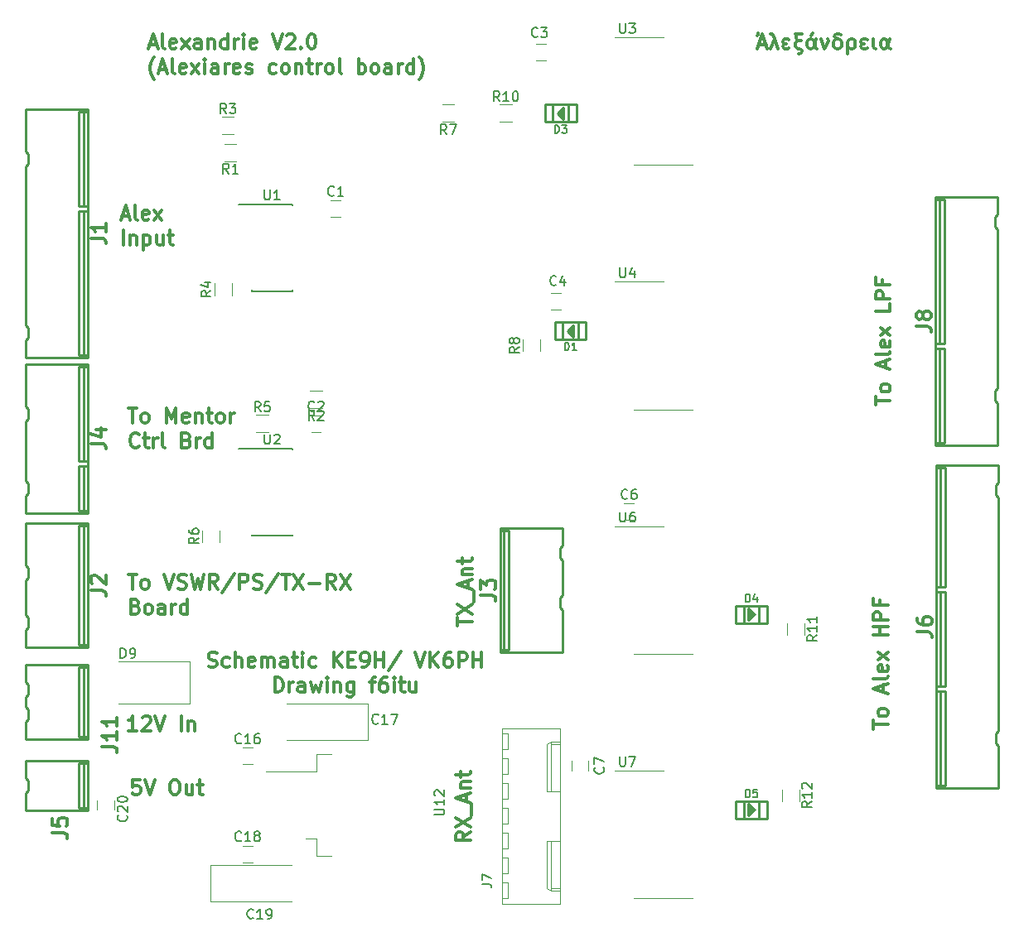
<source format=gbr>
%TF.GenerationSoftware,KiCad,Pcbnew,(5.1.5)-3*%
%TF.CreationDate,2020-09-06T12:14:08+02:00*%
%TF.ProjectId,Alexandrie,416c6578-616e-4647-9269-652e6b696361,rev?*%
%TF.SameCoordinates,Original*%
%TF.FileFunction,Legend,Top*%
%TF.FilePolarity,Positive*%
%FSLAX46Y46*%
G04 Gerber Fmt 4.6, Leading zero omitted, Abs format (unit mm)*
G04 Created by KiCad (PCBNEW (5.1.5)-3) date 2020-09-06 12:14:08*
%MOMM*%
%LPD*%
G04 APERTURE LIST*
%ADD10C,0.300000*%
%ADD11C,0.120000*%
%ADD12C,0.254000*%
%ADD13C,0.150000*%
%ADD14C,0.149860*%
%ADD15C,0.304800*%
G04 APERTURE END LIST*
D10*
X101480714Y-49225000D02*
X102195000Y-49225000D01*
X101337857Y-49653571D02*
X101837857Y-48153571D01*
X102337857Y-49653571D01*
X103052142Y-49653571D02*
X102909285Y-49582142D01*
X102837857Y-49439285D01*
X102837857Y-48153571D01*
X104195000Y-49582142D02*
X104052142Y-49653571D01*
X103766428Y-49653571D01*
X103623571Y-49582142D01*
X103552142Y-49439285D01*
X103552142Y-48867857D01*
X103623571Y-48725000D01*
X103766428Y-48653571D01*
X104052142Y-48653571D01*
X104195000Y-48725000D01*
X104266428Y-48867857D01*
X104266428Y-49010714D01*
X103552142Y-49153571D01*
X104766428Y-49653571D02*
X105552142Y-48653571D01*
X104766428Y-48653571D02*
X105552142Y-49653571D01*
X106766428Y-49653571D02*
X106766428Y-48867857D01*
X106695000Y-48725000D01*
X106552142Y-48653571D01*
X106266428Y-48653571D01*
X106123571Y-48725000D01*
X106766428Y-49582142D02*
X106623571Y-49653571D01*
X106266428Y-49653571D01*
X106123571Y-49582142D01*
X106052142Y-49439285D01*
X106052142Y-49296428D01*
X106123571Y-49153571D01*
X106266428Y-49082142D01*
X106623571Y-49082142D01*
X106766428Y-49010714D01*
X107480714Y-48653571D02*
X107480714Y-49653571D01*
X107480714Y-48796428D02*
X107552142Y-48725000D01*
X107695000Y-48653571D01*
X107909285Y-48653571D01*
X108052142Y-48725000D01*
X108123571Y-48867857D01*
X108123571Y-49653571D01*
X109480714Y-49653571D02*
X109480714Y-48153571D01*
X109480714Y-49582142D02*
X109337857Y-49653571D01*
X109052142Y-49653571D01*
X108909285Y-49582142D01*
X108837857Y-49510714D01*
X108766428Y-49367857D01*
X108766428Y-48939285D01*
X108837857Y-48796428D01*
X108909285Y-48725000D01*
X109052142Y-48653571D01*
X109337857Y-48653571D01*
X109480714Y-48725000D01*
X110195000Y-49653571D02*
X110195000Y-48653571D01*
X110195000Y-48939285D02*
X110266428Y-48796428D01*
X110337857Y-48725000D01*
X110480714Y-48653571D01*
X110623571Y-48653571D01*
X111123571Y-49653571D02*
X111123571Y-48653571D01*
X111123571Y-48153571D02*
X111052142Y-48225000D01*
X111123571Y-48296428D01*
X111195000Y-48225000D01*
X111123571Y-48153571D01*
X111123571Y-48296428D01*
X112409285Y-49582142D02*
X112266428Y-49653571D01*
X111980714Y-49653571D01*
X111837857Y-49582142D01*
X111766428Y-49439285D01*
X111766428Y-48867857D01*
X111837857Y-48725000D01*
X111980714Y-48653571D01*
X112266428Y-48653571D01*
X112409285Y-48725000D01*
X112480714Y-48867857D01*
X112480714Y-49010714D01*
X111766428Y-49153571D01*
X114052142Y-48153571D02*
X114552142Y-49653571D01*
X115052142Y-48153571D01*
X115480714Y-48296428D02*
X115552142Y-48225000D01*
X115695000Y-48153571D01*
X116052142Y-48153571D01*
X116195000Y-48225000D01*
X116266428Y-48296428D01*
X116337857Y-48439285D01*
X116337857Y-48582142D01*
X116266428Y-48796428D01*
X115409285Y-49653571D01*
X116337857Y-49653571D01*
X116980714Y-49510714D02*
X117052142Y-49582142D01*
X116980714Y-49653571D01*
X116909285Y-49582142D01*
X116980714Y-49510714D01*
X116980714Y-49653571D01*
X117980714Y-48153571D02*
X118123571Y-48153571D01*
X118266428Y-48225000D01*
X118337857Y-48296428D01*
X118409285Y-48439285D01*
X118480714Y-48725000D01*
X118480714Y-49082142D01*
X118409285Y-49367857D01*
X118337857Y-49510714D01*
X118266428Y-49582142D01*
X118123571Y-49653571D01*
X117980714Y-49653571D01*
X117837857Y-49582142D01*
X117766428Y-49510714D01*
X117695000Y-49367857D01*
X117623571Y-49082142D01*
X117623571Y-48725000D01*
X117695000Y-48439285D01*
X117766428Y-48296428D01*
X117837857Y-48225000D01*
X117980714Y-48153571D01*
X163766428Y-49225000D02*
X164480714Y-49225000D01*
X163623571Y-49653571D02*
X164123571Y-48153571D01*
X164623571Y-49653571D01*
X163552142Y-48296428D02*
X163623571Y-48296428D01*
X163694999Y-48225000D01*
X163694999Y-48082142D01*
X165337857Y-48653571D02*
X164980714Y-49653571D01*
X164980714Y-48153571D02*
X165123571Y-48153571D01*
X165194999Y-48225000D01*
X165337857Y-48653571D01*
X165694999Y-49653571D01*
X166409285Y-49153571D02*
X166266428Y-49225000D01*
X166194999Y-49367857D01*
X166194999Y-49439285D01*
X166266428Y-49582142D01*
X166409285Y-49653571D01*
X166694999Y-49653571D01*
X166837857Y-49582142D01*
X166552142Y-49153571D02*
X166409285Y-49153571D01*
X166266428Y-49082142D01*
X166194999Y-48939285D01*
X166194999Y-48867857D01*
X166266428Y-48725000D01*
X166409285Y-48653571D01*
X166694999Y-48653571D01*
X166837857Y-48725000D01*
X167480714Y-48153571D02*
X168194999Y-48153571D01*
X167766428Y-48153571D02*
X167623571Y-48225000D01*
X167552142Y-48367857D01*
X167552142Y-48582142D01*
X167623571Y-48725000D01*
X167766428Y-48796428D01*
X168052142Y-48796428D01*
X167766428Y-48796428D02*
X167623571Y-48867857D01*
X167552142Y-48939285D01*
X167480714Y-49082142D01*
X167480714Y-49367857D01*
X167552142Y-49510714D01*
X167623571Y-49582142D01*
X167766428Y-49653571D01*
X167909285Y-49653571D01*
X168052142Y-49725000D01*
X168123571Y-49867857D01*
X168123571Y-49939285D01*
X168052142Y-50082142D01*
X167909285Y-50153571D01*
X167837857Y-50153571D01*
X169623571Y-48653571D02*
X169409285Y-49367857D01*
X169337857Y-49510714D01*
X169266428Y-49582142D01*
X169123571Y-49653571D01*
X168980714Y-49653571D01*
X168837857Y-49582142D01*
X168766428Y-49510714D01*
X168694999Y-49296428D01*
X168694999Y-49010714D01*
X168766428Y-48796428D01*
X168837857Y-48725000D01*
X168980714Y-48653571D01*
X169123571Y-48653571D01*
X169266428Y-48725000D01*
X169337857Y-48796428D01*
X169409285Y-48939285D01*
X169480714Y-49439285D01*
X169552142Y-49582142D01*
X169694999Y-49653571D01*
X169266428Y-48082142D02*
X169052142Y-48296428D01*
X170123571Y-48653571D02*
X170480714Y-49653571D01*
X170837857Y-48867857D01*
X170837857Y-48796428D01*
X170766428Y-48653571D01*
X171909285Y-48653571D02*
X171694999Y-48653571D01*
X171552142Y-48725000D01*
X171480714Y-48796428D01*
X171409285Y-48939285D01*
X171409285Y-49367857D01*
X171480714Y-49510714D01*
X171552142Y-49582142D01*
X171694999Y-49653571D01*
X171909285Y-49653571D01*
X172052142Y-49582142D01*
X172123571Y-49510714D01*
X172194999Y-49367857D01*
X172194999Y-48939285D01*
X172123571Y-48796428D01*
X172052142Y-48725000D01*
X171909285Y-48653571D01*
X171694999Y-48582142D01*
X171552142Y-48510714D01*
X171480714Y-48367857D01*
X171552142Y-48225000D01*
X171694999Y-48153571D01*
X171980714Y-48153571D01*
X172123571Y-48225000D01*
X172837857Y-50153571D02*
X172837857Y-48939285D01*
X172909285Y-48796428D01*
X172980714Y-48725000D01*
X173123571Y-48653571D01*
X173337857Y-48653571D01*
X173480714Y-48725000D01*
X173552142Y-48796428D01*
X173623571Y-48939285D01*
X173623571Y-49367857D01*
X173552142Y-49510714D01*
X173480714Y-49582142D01*
X173337857Y-49653571D01*
X173123571Y-49653571D01*
X172980714Y-49582142D01*
X172837857Y-49439285D01*
X174409285Y-49153571D02*
X174266428Y-49225000D01*
X174194999Y-49367857D01*
X174194999Y-49439285D01*
X174266428Y-49582142D01*
X174409285Y-49653571D01*
X174694999Y-49653571D01*
X174837857Y-49582142D01*
X174552142Y-49153571D02*
X174409285Y-49153571D01*
X174266428Y-49082142D01*
X174194999Y-48939285D01*
X174194999Y-48867857D01*
X174266428Y-48725000D01*
X174409285Y-48653571D01*
X174694999Y-48653571D01*
X174837857Y-48725000D01*
X175480714Y-48653571D02*
X175480714Y-49439285D01*
X175552142Y-49582142D01*
X175694999Y-49653571D01*
X177123571Y-48653571D02*
X176909285Y-49367857D01*
X176837857Y-49510714D01*
X176766428Y-49582142D01*
X176623571Y-49653571D01*
X176480714Y-49653571D01*
X176337857Y-49582142D01*
X176266428Y-49510714D01*
X176194999Y-49296428D01*
X176194999Y-49010714D01*
X176266428Y-48796428D01*
X176337857Y-48725000D01*
X176480714Y-48653571D01*
X176623571Y-48653571D01*
X176766428Y-48725000D01*
X176837857Y-48796428D01*
X176909285Y-48939285D01*
X176980714Y-49439285D01*
X177052142Y-49582142D01*
X177194999Y-49653571D01*
X101980714Y-52775000D02*
X101909285Y-52703571D01*
X101766428Y-52489285D01*
X101695000Y-52346428D01*
X101623571Y-52132142D01*
X101552142Y-51775000D01*
X101552142Y-51489285D01*
X101623571Y-51132142D01*
X101695000Y-50917857D01*
X101766428Y-50775000D01*
X101909285Y-50560714D01*
X101980714Y-50489285D01*
X102480714Y-51775000D02*
X103195000Y-51775000D01*
X102337857Y-52203571D02*
X102837857Y-50703571D01*
X103337857Y-52203571D01*
X104052142Y-52203571D02*
X103909285Y-52132142D01*
X103837857Y-51989285D01*
X103837857Y-50703571D01*
X105195000Y-52132142D02*
X105052142Y-52203571D01*
X104766428Y-52203571D01*
X104623571Y-52132142D01*
X104552142Y-51989285D01*
X104552142Y-51417857D01*
X104623571Y-51275000D01*
X104766428Y-51203571D01*
X105052142Y-51203571D01*
X105195000Y-51275000D01*
X105266428Y-51417857D01*
X105266428Y-51560714D01*
X104552142Y-51703571D01*
X105766428Y-52203571D02*
X106552142Y-51203571D01*
X105766428Y-51203571D02*
X106552142Y-52203571D01*
X107123571Y-52203571D02*
X107123571Y-51203571D01*
X107123571Y-50703571D02*
X107052142Y-50775000D01*
X107123571Y-50846428D01*
X107195000Y-50775000D01*
X107123571Y-50703571D01*
X107123571Y-50846428D01*
X108480714Y-52203571D02*
X108480714Y-51417857D01*
X108409285Y-51275000D01*
X108266428Y-51203571D01*
X107980714Y-51203571D01*
X107837857Y-51275000D01*
X108480714Y-52132142D02*
X108337857Y-52203571D01*
X107980714Y-52203571D01*
X107837857Y-52132142D01*
X107766428Y-51989285D01*
X107766428Y-51846428D01*
X107837857Y-51703571D01*
X107980714Y-51632142D01*
X108337857Y-51632142D01*
X108480714Y-51560714D01*
X109195000Y-52203571D02*
X109195000Y-51203571D01*
X109195000Y-51489285D02*
X109266428Y-51346428D01*
X109337857Y-51275000D01*
X109480714Y-51203571D01*
X109623571Y-51203571D01*
X110695000Y-52132142D02*
X110552142Y-52203571D01*
X110266428Y-52203571D01*
X110123571Y-52132142D01*
X110052142Y-51989285D01*
X110052142Y-51417857D01*
X110123571Y-51275000D01*
X110266428Y-51203571D01*
X110552142Y-51203571D01*
X110695000Y-51275000D01*
X110766428Y-51417857D01*
X110766428Y-51560714D01*
X110052142Y-51703571D01*
X111337857Y-52132142D02*
X111480714Y-52203571D01*
X111766428Y-52203571D01*
X111909285Y-52132142D01*
X111980714Y-51989285D01*
X111980714Y-51917857D01*
X111909285Y-51775000D01*
X111766428Y-51703571D01*
X111552142Y-51703571D01*
X111409285Y-51632142D01*
X111337857Y-51489285D01*
X111337857Y-51417857D01*
X111409285Y-51275000D01*
X111552142Y-51203571D01*
X111766428Y-51203571D01*
X111909285Y-51275000D01*
X114409285Y-52132142D02*
X114266428Y-52203571D01*
X113980714Y-52203571D01*
X113837857Y-52132142D01*
X113766428Y-52060714D01*
X113695000Y-51917857D01*
X113695000Y-51489285D01*
X113766428Y-51346428D01*
X113837857Y-51275000D01*
X113980714Y-51203571D01*
X114266428Y-51203571D01*
X114409285Y-51275000D01*
X115266428Y-52203571D02*
X115123571Y-52132142D01*
X115052142Y-52060714D01*
X114980714Y-51917857D01*
X114980714Y-51489285D01*
X115052142Y-51346428D01*
X115123571Y-51275000D01*
X115266428Y-51203571D01*
X115480714Y-51203571D01*
X115623571Y-51275000D01*
X115695000Y-51346428D01*
X115766428Y-51489285D01*
X115766428Y-51917857D01*
X115695000Y-52060714D01*
X115623571Y-52132142D01*
X115480714Y-52203571D01*
X115266428Y-52203571D01*
X116409285Y-51203571D02*
X116409285Y-52203571D01*
X116409285Y-51346428D02*
X116480714Y-51275000D01*
X116623571Y-51203571D01*
X116837857Y-51203571D01*
X116980714Y-51275000D01*
X117052142Y-51417857D01*
X117052142Y-52203571D01*
X117552142Y-51203571D02*
X118123571Y-51203571D01*
X117766428Y-50703571D02*
X117766428Y-51989285D01*
X117837857Y-52132142D01*
X117980714Y-52203571D01*
X118123571Y-52203571D01*
X118623571Y-52203571D02*
X118623571Y-51203571D01*
X118623571Y-51489285D02*
X118695000Y-51346428D01*
X118766428Y-51275000D01*
X118909285Y-51203571D01*
X119052142Y-51203571D01*
X119766428Y-52203571D02*
X119623571Y-52132142D01*
X119552142Y-52060714D01*
X119480714Y-51917857D01*
X119480714Y-51489285D01*
X119552142Y-51346428D01*
X119623571Y-51275000D01*
X119766428Y-51203571D01*
X119980714Y-51203571D01*
X120123571Y-51275000D01*
X120195000Y-51346428D01*
X120266428Y-51489285D01*
X120266428Y-51917857D01*
X120195000Y-52060714D01*
X120123571Y-52132142D01*
X119980714Y-52203571D01*
X119766428Y-52203571D01*
X121123571Y-52203571D02*
X120980714Y-52132142D01*
X120909285Y-51989285D01*
X120909285Y-50703571D01*
X122837857Y-52203571D02*
X122837857Y-50703571D01*
X122837857Y-51275000D02*
X122980714Y-51203571D01*
X123266428Y-51203571D01*
X123409285Y-51275000D01*
X123480714Y-51346428D01*
X123552142Y-51489285D01*
X123552142Y-51917857D01*
X123480714Y-52060714D01*
X123409285Y-52132142D01*
X123266428Y-52203571D01*
X122980714Y-52203571D01*
X122837857Y-52132142D01*
X124409285Y-52203571D02*
X124266428Y-52132142D01*
X124195000Y-52060714D01*
X124123571Y-51917857D01*
X124123571Y-51489285D01*
X124195000Y-51346428D01*
X124266428Y-51275000D01*
X124409285Y-51203571D01*
X124623571Y-51203571D01*
X124766428Y-51275000D01*
X124837857Y-51346428D01*
X124909285Y-51489285D01*
X124909285Y-51917857D01*
X124837857Y-52060714D01*
X124766428Y-52132142D01*
X124623571Y-52203571D01*
X124409285Y-52203571D01*
X126195000Y-52203571D02*
X126195000Y-51417857D01*
X126123571Y-51275000D01*
X125980714Y-51203571D01*
X125695000Y-51203571D01*
X125552142Y-51275000D01*
X126195000Y-52132142D02*
X126052142Y-52203571D01*
X125695000Y-52203571D01*
X125552142Y-52132142D01*
X125480714Y-51989285D01*
X125480714Y-51846428D01*
X125552142Y-51703571D01*
X125695000Y-51632142D01*
X126052142Y-51632142D01*
X126195000Y-51560714D01*
X126909285Y-52203571D02*
X126909285Y-51203571D01*
X126909285Y-51489285D02*
X126980714Y-51346428D01*
X127052142Y-51275000D01*
X127195000Y-51203571D01*
X127337857Y-51203571D01*
X128480714Y-52203571D02*
X128480714Y-50703571D01*
X128480714Y-52132142D02*
X128337857Y-52203571D01*
X128052142Y-52203571D01*
X127909285Y-52132142D01*
X127837857Y-52060714D01*
X127766428Y-51917857D01*
X127766428Y-51489285D01*
X127837857Y-51346428D01*
X127909285Y-51275000D01*
X128052142Y-51203571D01*
X128337857Y-51203571D01*
X128480714Y-51275000D01*
X129052142Y-52775000D02*
X129123571Y-52703571D01*
X129266428Y-52489285D01*
X129337857Y-52346428D01*
X129409285Y-52132142D01*
X129480714Y-51775000D01*
X129480714Y-51489285D01*
X129409285Y-51132142D01*
X129337857Y-50917857D01*
X129266428Y-50775000D01*
X129123571Y-50560714D01*
X129052142Y-50489285D01*
X98678571Y-66725000D02*
X99392857Y-66725000D01*
X98535714Y-67153571D02*
X99035714Y-65653571D01*
X99535714Y-67153571D01*
X100250000Y-67153571D02*
X100107142Y-67082142D01*
X100035714Y-66939285D01*
X100035714Y-65653571D01*
X101392857Y-67082142D02*
X101250000Y-67153571D01*
X100964285Y-67153571D01*
X100821428Y-67082142D01*
X100750000Y-66939285D01*
X100750000Y-66367857D01*
X100821428Y-66225000D01*
X100964285Y-66153571D01*
X101250000Y-66153571D01*
X101392857Y-66225000D01*
X101464285Y-66367857D01*
X101464285Y-66510714D01*
X100750000Y-66653571D01*
X101964285Y-67153571D02*
X102750000Y-66153571D01*
X101964285Y-66153571D02*
X102750000Y-67153571D01*
X98785714Y-69703571D02*
X98785714Y-68203571D01*
X99500000Y-68703571D02*
X99500000Y-69703571D01*
X99500000Y-68846428D02*
X99571428Y-68775000D01*
X99714285Y-68703571D01*
X99928571Y-68703571D01*
X100071428Y-68775000D01*
X100142857Y-68917857D01*
X100142857Y-69703571D01*
X100857142Y-68703571D02*
X100857142Y-70203571D01*
X100857142Y-68775000D02*
X101000000Y-68703571D01*
X101285714Y-68703571D01*
X101428571Y-68775000D01*
X101500000Y-68846428D01*
X101571428Y-68989285D01*
X101571428Y-69417857D01*
X101500000Y-69560714D01*
X101428571Y-69632142D01*
X101285714Y-69703571D01*
X101000000Y-69703571D01*
X100857142Y-69632142D01*
X102857142Y-68703571D02*
X102857142Y-69703571D01*
X102214285Y-68703571D02*
X102214285Y-69489285D01*
X102285714Y-69632142D01*
X102428571Y-69703571D01*
X102642857Y-69703571D01*
X102785714Y-69632142D01*
X102857142Y-69560714D01*
X103357142Y-68703571D02*
X103928571Y-68703571D01*
X103571428Y-68203571D02*
X103571428Y-69489285D01*
X103642857Y-69632142D01*
X103785714Y-69703571D01*
X103928571Y-69703571D01*
X99337857Y-86403571D02*
X100195000Y-86403571D01*
X99766428Y-87903571D02*
X99766428Y-86403571D01*
X100909285Y-87903571D02*
X100766428Y-87832142D01*
X100695000Y-87760714D01*
X100623571Y-87617857D01*
X100623571Y-87189285D01*
X100695000Y-87046428D01*
X100766428Y-86975000D01*
X100909285Y-86903571D01*
X101123571Y-86903571D01*
X101266428Y-86975000D01*
X101337857Y-87046428D01*
X101409285Y-87189285D01*
X101409285Y-87617857D01*
X101337857Y-87760714D01*
X101266428Y-87832142D01*
X101123571Y-87903571D01*
X100909285Y-87903571D01*
X103195000Y-87903571D02*
X103195000Y-86403571D01*
X103695000Y-87475000D01*
X104195000Y-86403571D01*
X104195000Y-87903571D01*
X105480714Y-87832142D02*
X105337857Y-87903571D01*
X105052142Y-87903571D01*
X104909285Y-87832142D01*
X104837857Y-87689285D01*
X104837857Y-87117857D01*
X104909285Y-86975000D01*
X105052142Y-86903571D01*
X105337857Y-86903571D01*
X105480714Y-86975000D01*
X105552142Y-87117857D01*
X105552142Y-87260714D01*
X104837857Y-87403571D01*
X106195000Y-86903571D02*
X106195000Y-87903571D01*
X106195000Y-87046428D02*
X106266428Y-86975000D01*
X106409285Y-86903571D01*
X106623571Y-86903571D01*
X106766428Y-86975000D01*
X106837857Y-87117857D01*
X106837857Y-87903571D01*
X107337857Y-86903571D02*
X107909285Y-86903571D01*
X107552142Y-86403571D02*
X107552142Y-87689285D01*
X107623571Y-87832142D01*
X107766428Y-87903571D01*
X107909285Y-87903571D01*
X108623571Y-87903571D02*
X108480714Y-87832142D01*
X108409285Y-87760714D01*
X108337857Y-87617857D01*
X108337857Y-87189285D01*
X108409285Y-87046428D01*
X108480714Y-86975000D01*
X108623571Y-86903571D01*
X108837857Y-86903571D01*
X108980714Y-86975000D01*
X109052142Y-87046428D01*
X109123571Y-87189285D01*
X109123571Y-87617857D01*
X109052142Y-87760714D01*
X108980714Y-87832142D01*
X108837857Y-87903571D01*
X108623571Y-87903571D01*
X109766428Y-87903571D02*
X109766428Y-86903571D01*
X109766428Y-87189285D02*
X109837857Y-87046428D01*
X109909285Y-86975000D01*
X110052142Y-86903571D01*
X110195000Y-86903571D01*
X100409285Y-90310714D02*
X100337857Y-90382142D01*
X100123571Y-90453571D01*
X99980714Y-90453571D01*
X99766428Y-90382142D01*
X99623571Y-90239285D01*
X99552142Y-90096428D01*
X99480714Y-89810714D01*
X99480714Y-89596428D01*
X99552142Y-89310714D01*
X99623571Y-89167857D01*
X99766428Y-89025000D01*
X99980714Y-88953571D01*
X100123571Y-88953571D01*
X100337857Y-89025000D01*
X100409285Y-89096428D01*
X100837857Y-89453571D02*
X101409285Y-89453571D01*
X101052142Y-88953571D02*
X101052142Y-90239285D01*
X101123571Y-90382142D01*
X101266428Y-90453571D01*
X101409285Y-90453571D01*
X101909285Y-90453571D02*
X101909285Y-89453571D01*
X101909285Y-89739285D02*
X101980714Y-89596428D01*
X102052142Y-89525000D01*
X102195000Y-89453571D01*
X102337857Y-89453571D01*
X103052142Y-90453571D02*
X102909285Y-90382142D01*
X102837857Y-90239285D01*
X102837857Y-88953571D01*
X105266428Y-89667857D02*
X105480714Y-89739285D01*
X105552142Y-89810714D01*
X105623571Y-89953571D01*
X105623571Y-90167857D01*
X105552142Y-90310714D01*
X105480714Y-90382142D01*
X105337857Y-90453571D01*
X104766428Y-90453571D01*
X104766428Y-88953571D01*
X105266428Y-88953571D01*
X105409285Y-89025000D01*
X105480714Y-89096428D01*
X105552142Y-89239285D01*
X105552142Y-89382142D01*
X105480714Y-89525000D01*
X105409285Y-89596428D01*
X105266428Y-89667857D01*
X104766428Y-89667857D01*
X106266428Y-90453571D02*
X106266428Y-89453571D01*
X106266428Y-89739285D02*
X106337857Y-89596428D01*
X106409285Y-89525000D01*
X106552142Y-89453571D01*
X106695000Y-89453571D01*
X107837857Y-90453571D02*
X107837857Y-88953571D01*
X107837857Y-90382142D02*
X107695000Y-90453571D01*
X107409285Y-90453571D01*
X107266428Y-90382142D01*
X107195000Y-90310714D01*
X107123571Y-90167857D01*
X107123571Y-89739285D01*
X107195000Y-89596428D01*
X107266428Y-89525000D01*
X107409285Y-89453571D01*
X107695000Y-89453571D01*
X107837857Y-89525000D01*
X99337857Y-103403571D02*
X100195000Y-103403571D01*
X99766428Y-104903571D02*
X99766428Y-103403571D01*
X100909285Y-104903571D02*
X100766428Y-104832142D01*
X100695000Y-104760714D01*
X100623571Y-104617857D01*
X100623571Y-104189285D01*
X100695000Y-104046428D01*
X100766428Y-103975000D01*
X100909285Y-103903571D01*
X101123571Y-103903571D01*
X101266428Y-103975000D01*
X101337857Y-104046428D01*
X101409285Y-104189285D01*
X101409285Y-104617857D01*
X101337857Y-104760714D01*
X101266428Y-104832142D01*
X101123571Y-104903571D01*
X100909285Y-104903571D01*
X102980714Y-103403571D02*
X103480714Y-104903571D01*
X103980714Y-103403571D01*
X104409285Y-104832142D02*
X104623571Y-104903571D01*
X104980714Y-104903571D01*
X105123571Y-104832142D01*
X105195000Y-104760714D01*
X105266428Y-104617857D01*
X105266428Y-104475000D01*
X105195000Y-104332142D01*
X105123571Y-104260714D01*
X104980714Y-104189285D01*
X104695000Y-104117857D01*
X104552142Y-104046428D01*
X104480714Y-103975000D01*
X104409285Y-103832142D01*
X104409285Y-103689285D01*
X104480714Y-103546428D01*
X104552142Y-103475000D01*
X104695000Y-103403571D01*
X105052142Y-103403571D01*
X105266428Y-103475000D01*
X105766428Y-103403571D02*
X106123571Y-104903571D01*
X106409285Y-103832142D01*
X106695000Y-104903571D01*
X107052142Y-103403571D01*
X108480714Y-104903571D02*
X107980714Y-104189285D01*
X107623571Y-104903571D02*
X107623571Y-103403571D01*
X108195000Y-103403571D01*
X108337857Y-103475000D01*
X108409285Y-103546428D01*
X108480714Y-103689285D01*
X108480714Y-103903571D01*
X108409285Y-104046428D01*
X108337857Y-104117857D01*
X108195000Y-104189285D01*
X107623571Y-104189285D01*
X110195000Y-103332142D02*
X108909285Y-105260714D01*
X110695000Y-104903571D02*
X110695000Y-103403571D01*
X111266428Y-103403571D01*
X111409285Y-103475000D01*
X111480714Y-103546428D01*
X111552142Y-103689285D01*
X111552142Y-103903571D01*
X111480714Y-104046428D01*
X111409285Y-104117857D01*
X111266428Y-104189285D01*
X110695000Y-104189285D01*
X112123571Y-104832142D02*
X112337857Y-104903571D01*
X112695000Y-104903571D01*
X112837857Y-104832142D01*
X112909285Y-104760714D01*
X112980714Y-104617857D01*
X112980714Y-104475000D01*
X112909285Y-104332142D01*
X112837857Y-104260714D01*
X112695000Y-104189285D01*
X112409285Y-104117857D01*
X112266428Y-104046428D01*
X112195000Y-103975000D01*
X112123571Y-103832142D01*
X112123571Y-103689285D01*
X112195000Y-103546428D01*
X112266428Y-103475000D01*
X112409285Y-103403571D01*
X112766428Y-103403571D01*
X112980714Y-103475000D01*
X114695000Y-103332142D02*
X113409285Y-105260714D01*
X114980714Y-103403571D02*
X115837857Y-103403571D01*
X115409285Y-104903571D02*
X115409285Y-103403571D01*
X116195000Y-103403571D02*
X117195000Y-104903571D01*
X117195000Y-103403571D02*
X116195000Y-104903571D01*
X117766428Y-104332142D02*
X118909285Y-104332142D01*
X120480714Y-104903571D02*
X119980714Y-104189285D01*
X119623571Y-104903571D02*
X119623571Y-103403571D01*
X120195000Y-103403571D01*
X120337857Y-103475000D01*
X120409285Y-103546428D01*
X120480714Y-103689285D01*
X120480714Y-103903571D01*
X120409285Y-104046428D01*
X120337857Y-104117857D01*
X120195000Y-104189285D01*
X119623571Y-104189285D01*
X120980714Y-103403571D02*
X121980714Y-104903571D01*
X121980714Y-103403571D02*
X120980714Y-104903571D01*
X100052142Y-106667857D02*
X100266428Y-106739285D01*
X100337857Y-106810714D01*
X100409285Y-106953571D01*
X100409285Y-107167857D01*
X100337857Y-107310714D01*
X100266428Y-107382142D01*
X100123571Y-107453571D01*
X99552142Y-107453571D01*
X99552142Y-105953571D01*
X100052142Y-105953571D01*
X100195000Y-106025000D01*
X100266428Y-106096428D01*
X100337857Y-106239285D01*
X100337857Y-106382142D01*
X100266428Y-106525000D01*
X100195000Y-106596428D01*
X100052142Y-106667857D01*
X99552142Y-106667857D01*
X101266428Y-107453571D02*
X101123571Y-107382142D01*
X101052142Y-107310714D01*
X100980714Y-107167857D01*
X100980714Y-106739285D01*
X101052142Y-106596428D01*
X101123571Y-106525000D01*
X101266428Y-106453571D01*
X101480714Y-106453571D01*
X101623571Y-106525000D01*
X101695000Y-106596428D01*
X101766428Y-106739285D01*
X101766428Y-107167857D01*
X101695000Y-107310714D01*
X101623571Y-107382142D01*
X101480714Y-107453571D01*
X101266428Y-107453571D01*
X103052142Y-107453571D02*
X103052142Y-106667857D01*
X102980714Y-106525000D01*
X102837857Y-106453571D01*
X102552142Y-106453571D01*
X102409285Y-106525000D01*
X103052142Y-107382142D02*
X102909285Y-107453571D01*
X102552142Y-107453571D01*
X102409285Y-107382142D01*
X102337857Y-107239285D01*
X102337857Y-107096428D01*
X102409285Y-106953571D01*
X102552142Y-106882142D01*
X102909285Y-106882142D01*
X103052142Y-106810714D01*
X103766428Y-107453571D02*
X103766428Y-106453571D01*
X103766428Y-106739285D02*
X103837857Y-106596428D01*
X103909285Y-106525000D01*
X104052142Y-106453571D01*
X104195000Y-106453571D01*
X105337857Y-107453571D02*
X105337857Y-105953571D01*
X105337857Y-107382142D02*
X105195000Y-107453571D01*
X104909285Y-107453571D01*
X104766428Y-107382142D01*
X104695000Y-107310714D01*
X104623571Y-107167857D01*
X104623571Y-106739285D01*
X104695000Y-106596428D01*
X104766428Y-106525000D01*
X104909285Y-106453571D01*
X105195000Y-106453571D01*
X105337857Y-106525000D01*
X100214285Y-119428571D02*
X99357142Y-119428571D01*
X99785714Y-119428571D02*
X99785714Y-117928571D01*
X99642857Y-118142857D01*
X99500000Y-118285714D01*
X99357142Y-118357142D01*
X100785714Y-118071428D02*
X100857142Y-118000000D01*
X101000000Y-117928571D01*
X101357142Y-117928571D01*
X101500000Y-118000000D01*
X101571428Y-118071428D01*
X101642857Y-118214285D01*
X101642857Y-118357142D01*
X101571428Y-118571428D01*
X100714285Y-119428571D01*
X101642857Y-119428571D01*
X102071428Y-117928571D02*
X102571428Y-119428571D01*
X103071428Y-117928571D01*
X104714285Y-119428571D02*
X104714285Y-117928571D01*
X105428571Y-118428571D02*
X105428571Y-119428571D01*
X105428571Y-118571428D02*
X105500000Y-118500000D01*
X105642857Y-118428571D01*
X105857142Y-118428571D01*
X106000000Y-118500000D01*
X106071428Y-118642857D01*
X106071428Y-119428571D01*
X100500000Y-124428571D02*
X99785714Y-124428571D01*
X99714285Y-125142857D01*
X99785714Y-125071428D01*
X99928571Y-125000000D01*
X100285714Y-125000000D01*
X100428571Y-125071428D01*
X100500000Y-125142857D01*
X100571428Y-125285714D01*
X100571428Y-125642857D01*
X100500000Y-125785714D01*
X100428571Y-125857142D01*
X100285714Y-125928571D01*
X99928571Y-125928571D01*
X99785714Y-125857142D01*
X99714285Y-125785714D01*
X101000000Y-124428571D02*
X101500000Y-125928571D01*
X102000000Y-124428571D01*
X103928571Y-124428571D02*
X104214285Y-124428571D01*
X104357142Y-124500000D01*
X104500000Y-124642857D01*
X104571428Y-124928571D01*
X104571428Y-125428571D01*
X104500000Y-125714285D01*
X104357142Y-125857142D01*
X104214285Y-125928571D01*
X103928571Y-125928571D01*
X103785714Y-125857142D01*
X103642857Y-125714285D01*
X103571428Y-125428571D01*
X103571428Y-124928571D01*
X103642857Y-124642857D01*
X103785714Y-124500000D01*
X103928571Y-124428571D01*
X105857142Y-124928571D02*
X105857142Y-125928571D01*
X105214285Y-124928571D02*
X105214285Y-125714285D01*
X105285714Y-125857142D01*
X105428571Y-125928571D01*
X105642857Y-125928571D01*
X105785714Y-125857142D01*
X105857142Y-125785714D01*
X106357142Y-124928571D02*
X106928571Y-124928571D01*
X106571428Y-124428571D02*
X106571428Y-125714285D01*
X106642857Y-125857142D01*
X106785714Y-125928571D01*
X106928571Y-125928571D01*
X134278571Y-129771428D02*
X133564285Y-130271428D01*
X134278571Y-130628571D02*
X132778571Y-130628571D01*
X132778571Y-130057142D01*
X132850000Y-129914285D01*
X132921428Y-129842857D01*
X133064285Y-129771428D01*
X133278571Y-129771428D01*
X133421428Y-129842857D01*
X133492857Y-129914285D01*
X133564285Y-130057142D01*
X133564285Y-130628571D01*
X132778571Y-129271428D02*
X134278571Y-128271428D01*
X132778571Y-128271428D02*
X134278571Y-129271428D01*
X134421428Y-128057142D02*
X134421428Y-126914285D01*
X133850000Y-126628571D02*
X133850000Y-125914285D01*
X134278571Y-126771428D02*
X132778571Y-126271428D01*
X134278571Y-125771428D01*
X133278571Y-125271428D02*
X134278571Y-125271428D01*
X133421428Y-125271428D02*
X133350000Y-125200000D01*
X133278571Y-125057142D01*
X133278571Y-124842857D01*
X133350000Y-124700000D01*
X133492857Y-124628571D01*
X134278571Y-124628571D01*
X133278571Y-124128571D02*
X133278571Y-123557142D01*
X132778571Y-123914285D02*
X134064285Y-123914285D01*
X134207142Y-123842857D01*
X134278571Y-123700000D01*
X134278571Y-123557142D01*
X132978571Y-108664285D02*
X132978571Y-107807142D01*
X134478571Y-108235714D02*
X132978571Y-108235714D01*
X132978571Y-107450000D02*
X134478571Y-106450000D01*
X132978571Y-106450000D02*
X134478571Y-107450000D01*
X134621428Y-106235714D02*
X134621428Y-105092857D01*
X134050000Y-104807142D02*
X134050000Y-104092857D01*
X134478571Y-104950000D02*
X132978571Y-104450000D01*
X134478571Y-103950000D01*
X133478571Y-103450000D02*
X134478571Y-103450000D01*
X133621428Y-103450000D02*
X133550000Y-103378571D01*
X133478571Y-103235714D01*
X133478571Y-103021428D01*
X133550000Y-102878571D01*
X133692857Y-102807142D01*
X134478571Y-102807142D01*
X133478571Y-102307142D02*
X133478571Y-101735714D01*
X132978571Y-102092857D02*
X134264285Y-102092857D01*
X134407142Y-102021428D01*
X134478571Y-101878571D01*
X134478571Y-101735714D01*
X175428571Y-119214285D02*
X175428571Y-118357142D01*
X176928571Y-118785714D02*
X175428571Y-118785714D01*
X176928571Y-117642857D02*
X176857142Y-117785714D01*
X176785714Y-117857142D01*
X176642857Y-117928571D01*
X176214285Y-117928571D01*
X176071428Y-117857142D01*
X176000000Y-117785714D01*
X175928571Y-117642857D01*
X175928571Y-117428571D01*
X176000000Y-117285714D01*
X176071428Y-117214285D01*
X176214285Y-117142857D01*
X176642857Y-117142857D01*
X176785714Y-117214285D01*
X176857142Y-117285714D01*
X176928571Y-117428571D01*
X176928571Y-117642857D01*
X176500000Y-115428571D02*
X176500000Y-114714285D01*
X176928571Y-115571428D02*
X175428571Y-115071428D01*
X176928571Y-114571428D01*
X176928571Y-113857142D02*
X176857142Y-114000000D01*
X176714285Y-114071428D01*
X175428571Y-114071428D01*
X176857142Y-112714285D02*
X176928571Y-112857142D01*
X176928571Y-113142857D01*
X176857142Y-113285714D01*
X176714285Y-113357142D01*
X176142857Y-113357142D01*
X176000000Y-113285714D01*
X175928571Y-113142857D01*
X175928571Y-112857142D01*
X176000000Y-112714285D01*
X176142857Y-112642857D01*
X176285714Y-112642857D01*
X176428571Y-113357142D01*
X176928571Y-112142857D02*
X175928571Y-111357142D01*
X175928571Y-112142857D02*
X176928571Y-111357142D01*
X176928571Y-109642857D02*
X175428571Y-109642857D01*
X176142857Y-109642857D02*
X176142857Y-108785714D01*
X176928571Y-108785714D02*
X175428571Y-108785714D01*
X176928571Y-108071428D02*
X175428571Y-108071428D01*
X175428571Y-107500000D01*
X175500000Y-107357142D01*
X175571428Y-107285714D01*
X175714285Y-107214285D01*
X175928571Y-107214285D01*
X176071428Y-107285714D01*
X176142857Y-107357142D01*
X176214285Y-107500000D01*
X176214285Y-108071428D01*
X176142857Y-106071428D02*
X176142857Y-106571428D01*
X176928571Y-106571428D02*
X175428571Y-106571428D01*
X175428571Y-105857142D01*
X175678571Y-86035714D02*
X175678571Y-85178571D01*
X177178571Y-85607142D02*
X175678571Y-85607142D01*
X177178571Y-84464285D02*
X177107142Y-84607142D01*
X177035714Y-84678571D01*
X176892857Y-84750000D01*
X176464285Y-84750000D01*
X176321428Y-84678571D01*
X176250000Y-84607142D01*
X176178571Y-84464285D01*
X176178571Y-84250000D01*
X176250000Y-84107142D01*
X176321428Y-84035714D01*
X176464285Y-83964285D01*
X176892857Y-83964285D01*
X177035714Y-84035714D01*
X177107142Y-84107142D01*
X177178571Y-84250000D01*
X177178571Y-84464285D01*
X176750000Y-82250000D02*
X176750000Y-81535714D01*
X177178571Y-82392857D02*
X175678571Y-81892857D01*
X177178571Y-81392857D01*
X177178571Y-80678571D02*
X177107142Y-80821428D01*
X176964285Y-80892857D01*
X175678571Y-80892857D01*
X177107142Y-79535714D02*
X177178571Y-79678571D01*
X177178571Y-79964285D01*
X177107142Y-80107142D01*
X176964285Y-80178571D01*
X176392857Y-80178571D01*
X176250000Y-80107142D01*
X176178571Y-79964285D01*
X176178571Y-79678571D01*
X176250000Y-79535714D01*
X176392857Y-79464285D01*
X176535714Y-79464285D01*
X176678571Y-80178571D01*
X177178571Y-78964285D02*
X176178571Y-78178571D01*
X176178571Y-78964285D02*
X177178571Y-78178571D01*
X177178571Y-75750000D02*
X177178571Y-76464285D01*
X175678571Y-76464285D01*
X177178571Y-75250000D02*
X175678571Y-75250000D01*
X175678571Y-74678571D01*
X175750000Y-74535714D01*
X175821428Y-74464285D01*
X175964285Y-74392857D01*
X176178571Y-74392857D01*
X176321428Y-74464285D01*
X176392857Y-74535714D01*
X176464285Y-74678571D01*
X176464285Y-75250000D01*
X176392857Y-73250000D02*
X176392857Y-73750000D01*
X177178571Y-73750000D02*
X175678571Y-73750000D01*
X175678571Y-73035714D01*
X107500000Y-112832142D02*
X107714285Y-112903571D01*
X108071428Y-112903571D01*
X108214285Y-112832142D01*
X108285714Y-112760714D01*
X108357142Y-112617857D01*
X108357142Y-112475000D01*
X108285714Y-112332142D01*
X108214285Y-112260714D01*
X108071428Y-112189285D01*
X107785714Y-112117857D01*
X107642857Y-112046428D01*
X107571428Y-111975000D01*
X107500000Y-111832142D01*
X107500000Y-111689285D01*
X107571428Y-111546428D01*
X107642857Y-111475000D01*
X107785714Y-111403571D01*
X108142857Y-111403571D01*
X108357142Y-111475000D01*
X109642857Y-112832142D02*
X109500000Y-112903571D01*
X109214285Y-112903571D01*
X109071428Y-112832142D01*
X109000000Y-112760714D01*
X108928571Y-112617857D01*
X108928571Y-112189285D01*
X109000000Y-112046428D01*
X109071428Y-111975000D01*
X109214285Y-111903571D01*
X109500000Y-111903571D01*
X109642857Y-111975000D01*
X110285714Y-112903571D02*
X110285714Y-111403571D01*
X110928571Y-112903571D02*
X110928571Y-112117857D01*
X110857142Y-111975000D01*
X110714285Y-111903571D01*
X110500000Y-111903571D01*
X110357142Y-111975000D01*
X110285714Y-112046428D01*
X112214285Y-112832142D02*
X112071428Y-112903571D01*
X111785714Y-112903571D01*
X111642857Y-112832142D01*
X111571428Y-112689285D01*
X111571428Y-112117857D01*
X111642857Y-111975000D01*
X111785714Y-111903571D01*
X112071428Y-111903571D01*
X112214285Y-111975000D01*
X112285714Y-112117857D01*
X112285714Y-112260714D01*
X111571428Y-112403571D01*
X112928571Y-112903571D02*
X112928571Y-111903571D01*
X112928571Y-112046428D02*
X113000000Y-111975000D01*
X113142857Y-111903571D01*
X113357142Y-111903571D01*
X113500000Y-111975000D01*
X113571428Y-112117857D01*
X113571428Y-112903571D01*
X113571428Y-112117857D02*
X113642857Y-111975000D01*
X113785714Y-111903571D01*
X114000000Y-111903571D01*
X114142857Y-111975000D01*
X114214285Y-112117857D01*
X114214285Y-112903571D01*
X115571428Y-112903571D02*
X115571428Y-112117857D01*
X115500000Y-111975000D01*
X115357142Y-111903571D01*
X115071428Y-111903571D01*
X114928571Y-111975000D01*
X115571428Y-112832142D02*
X115428571Y-112903571D01*
X115071428Y-112903571D01*
X114928571Y-112832142D01*
X114857142Y-112689285D01*
X114857142Y-112546428D01*
X114928571Y-112403571D01*
X115071428Y-112332142D01*
X115428571Y-112332142D01*
X115571428Y-112260714D01*
X116071428Y-111903571D02*
X116642857Y-111903571D01*
X116285714Y-111403571D02*
X116285714Y-112689285D01*
X116357142Y-112832142D01*
X116500000Y-112903571D01*
X116642857Y-112903571D01*
X117142857Y-112903571D02*
X117142857Y-111903571D01*
X117142857Y-111403571D02*
X117071428Y-111475000D01*
X117142857Y-111546428D01*
X117214285Y-111475000D01*
X117142857Y-111403571D01*
X117142857Y-111546428D01*
X118500000Y-112832142D02*
X118357142Y-112903571D01*
X118071428Y-112903571D01*
X117928571Y-112832142D01*
X117857142Y-112760714D01*
X117785714Y-112617857D01*
X117785714Y-112189285D01*
X117857142Y-112046428D01*
X117928571Y-111975000D01*
X118071428Y-111903571D01*
X118357142Y-111903571D01*
X118500000Y-111975000D01*
X120285714Y-112903571D02*
X120285714Y-111403571D01*
X121142857Y-112903571D02*
X120500000Y-112046428D01*
X121142857Y-111403571D02*
X120285714Y-112260714D01*
X121785714Y-112117857D02*
X122285714Y-112117857D01*
X122500000Y-112903571D02*
X121785714Y-112903571D01*
X121785714Y-111403571D01*
X122500000Y-111403571D01*
X123214285Y-112903571D02*
X123500000Y-112903571D01*
X123642857Y-112832142D01*
X123714285Y-112760714D01*
X123857142Y-112546428D01*
X123928571Y-112260714D01*
X123928571Y-111689285D01*
X123857142Y-111546428D01*
X123785714Y-111475000D01*
X123642857Y-111403571D01*
X123357142Y-111403571D01*
X123214285Y-111475000D01*
X123142857Y-111546428D01*
X123071428Y-111689285D01*
X123071428Y-112046428D01*
X123142857Y-112189285D01*
X123214285Y-112260714D01*
X123357142Y-112332142D01*
X123642857Y-112332142D01*
X123785714Y-112260714D01*
X123857142Y-112189285D01*
X123928571Y-112046428D01*
X124571428Y-112903571D02*
X124571428Y-111403571D01*
X124571428Y-112117857D02*
X125428571Y-112117857D01*
X125428571Y-112903571D02*
X125428571Y-111403571D01*
X127214285Y-111332142D02*
X125928571Y-113260714D01*
X128642857Y-111403571D02*
X129142857Y-112903571D01*
X129642857Y-111403571D01*
X130142857Y-112903571D02*
X130142857Y-111403571D01*
X131000000Y-112903571D02*
X130357142Y-112046428D01*
X131000000Y-111403571D02*
X130142857Y-112260714D01*
X132285714Y-111403571D02*
X132000000Y-111403571D01*
X131857142Y-111475000D01*
X131785714Y-111546428D01*
X131642857Y-111760714D01*
X131571428Y-112046428D01*
X131571428Y-112617857D01*
X131642857Y-112760714D01*
X131714285Y-112832142D01*
X131857142Y-112903571D01*
X132142857Y-112903571D01*
X132285714Y-112832142D01*
X132357142Y-112760714D01*
X132428571Y-112617857D01*
X132428571Y-112260714D01*
X132357142Y-112117857D01*
X132285714Y-112046428D01*
X132142857Y-111975000D01*
X131857142Y-111975000D01*
X131714285Y-112046428D01*
X131642857Y-112117857D01*
X131571428Y-112260714D01*
X133071428Y-112903571D02*
X133071428Y-111403571D01*
X133642857Y-111403571D01*
X133785714Y-111475000D01*
X133857142Y-111546428D01*
X133928571Y-111689285D01*
X133928571Y-111903571D01*
X133857142Y-112046428D01*
X133785714Y-112117857D01*
X133642857Y-112189285D01*
X133071428Y-112189285D01*
X134571428Y-112903571D02*
X134571428Y-111403571D01*
X134571428Y-112117857D02*
X135428571Y-112117857D01*
X135428571Y-112903571D02*
X135428571Y-111403571D01*
X114285714Y-115453571D02*
X114285714Y-113953571D01*
X114642857Y-113953571D01*
X114857142Y-114025000D01*
X115000000Y-114167857D01*
X115071428Y-114310714D01*
X115142857Y-114596428D01*
X115142857Y-114810714D01*
X115071428Y-115096428D01*
X115000000Y-115239285D01*
X114857142Y-115382142D01*
X114642857Y-115453571D01*
X114285714Y-115453571D01*
X115785714Y-115453571D02*
X115785714Y-114453571D01*
X115785714Y-114739285D02*
X115857142Y-114596428D01*
X115928571Y-114525000D01*
X116071428Y-114453571D01*
X116214285Y-114453571D01*
X117357142Y-115453571D02*
X117357142Y-114667857D01*
X117285714Y-114525000D01*
X117142857Y-114453571D01*
X116857142Y-114453571D01*
X116714285Y-114525000D01*
X117357142Y-115382142D02*
X117214285Y-115453571D01*
X116857142Y-115453571D01*
X116714285Y-115382142D01*
X116642857Y-115239285D01*
X116642857Y-115096428D01*
X116714285Y-114953571D01*
X116857142Y-114882142D01*
X117214285Y-114882142D01*
X117357142Y-114810714D01*
X117928571Y-114453571D02*
X118214285Y-115453571D01*
X118500000Y-114739285D01*
X118785714Y-115453571D01*
X119071428Y-114453571D01*
X119642857Y-115453571D02*
X119642857Y-114453571D01*
X119642857Y-113953571D02*
X119571428Y-114025000D01*
X119642857Y-114096428D01*
X119714285Y-114025000D01*
X119642857Y-113953571D01*
X119642857Y-114096428D01*
X120357142Y-114453571D02*
X120357142Y-115453571D01*
X120357142Y-114596428D02*
X120428571Y-114525000D01*
X120571428Y-114453571D01*
X120785714Y-114453571D01*
X120928571Y-114525000D01*
X121000000Y-114667857D01*
X121000000Y-115453571D01*
X122357142Y-114453571D02*
X122357142Y-115667857D01*
X122285714Y-115810714D01*
X122214285Y-115882142D01*
X122071428Y-115953571D01*
X121857142Y-115953571D01*
X121714285Y-115882142D01*
X122357142Y-115382142D02*
X122214285Y-115453571D01*
X121928571Y-115453571D01*
X121785714Y-115382142D01*
X121714285Y-115310714D01*
X121642857Y-115167857D01*
X121642857Y-114739285D01*
X121714285Y-114596428D01*
X121785714Y-114525000D01*
X121928571Y-114453571D01*
X122214285Y-114453571D01*
X122357142Y-114525000D01*
X124000000Y-114453571D02*
X124571428Y-114453571D01*
X124214285Y-115453571D02*
X124214285Y-114167857D01*
X124285714Y-114025000D01*
X124428571Y-113953571D01*
X124571428Y-113953571D01*
X125714285Y-113953571D02*
X125428571Y-113953571D01*
X125285714Y-114025000D01*
X125214285Y-114096428D01*
X125071428Y-114310714D01*
X125000000Y-114596428D01*
X125000000Y-115167857D01*
X125071428Y-115310714D01*
X125142857Y-115382142D01*
X125285714Y-115453571D01*
X125571428Y-115453571D01*
X125714285Y-115382142D01*
X125785714Y-115310714D01*
X125857142Y-115167857D01*
X125857142Y-114810714D01*
X125785714Y-114667857D01*
X125714285Y-114596428D01*
X125571428Y-114525000D01*
X125285714Y-114525000D01*
X125142857Y-114596428D01*
X125071428Y-114667857D01*
X125000000Y-114810714D01*
X126500000Y-115453571D02*
X126500000Y-114453571D01*
X126500000Y-113953571D02*
X126428571Y-114025000D01*
X126500000Y-114096428D01*
X126571428Y-114025000D01*
X126500000Y-113953571D01*
X126500000Y-114096428D01*
X127000000Y-114453571D02*
X127571428Y-114453571D01*
X127214285Y-113953571D02*
X127214285Y-115239285D01*
X127285714Y-115382142D01*
X127428571Y-115453571D01*
X127571428Y-115453571D01*
X128714285Y-114453571D02*
X128714285Y-115453571D01*
X128071428Y-114453571D02*
X128071428Y-115239285D01*
X128142857Y-115382142D01*
X128285714Y-115453571D01*
X128500000Y-115453571D01*
X128642857Y-115382142D01*
X128714285Y-115310714D01*
D11*
X121000000Y-65150000D02*
X120000000Y-65150000D01*
X120000000Y-66850000D02*
X121000000Y-66850000D01*
X119000000Y-87150000D02*
X118000000Y-87150000D01*
X118000000Y-88850000D02*
X119000000Y-88850000D01*
X141000000Y-50850000D02*
X142000000Y-50850000D01*
X142000000Y-49150000D02*
X141000000Y-49150000D01*
X142500000Y-76350000D02*
X143500000Y-76350000D01*
X143500000Y-74650000D02*
X142500000Y-74650000D01*
X151000000Y-96150000D02*
X150000000Y-96150000D01*
X150000000Y-97850000D02*
X151000000Y-97850000D01*
X144650000Y-122500000D02*
X144650000Y-123500000D01*
X146350000Y-123500000D02*
X146350000Y-122500000D01*
X112000000Y-121150000D02*
X111000000Y-121150000D01*
X111000000Y-122850000D02*
X112000000Y-122850000D01*
X123800000Y-120350000D02*
X115500000Y-120350000D01*
X123800000Y-116650000D02*
X115500000Y-116650000D01*
X123800000Y-120350000D02*
X123800000Y-116650000D01*
X112000000Y-131150000D02*
X111000000Y-131150000D01*
X111000000Y-132850000D02*
X112000000Y-132850000D01*
X107700000Y-133150000D02*
X116000000Y-133150000D01*
X107700000Y-136850000D02*
X116000000Y-136850000D01*
X107700000Y-133150000D02*
X107700000Y-136850000D01*
X96150000Y-126500000D02*
X96150000Y-127500000D01*
X97850000Y-127500000D02*
X97850000Y-126500000D01*
D12*
X144500000Y-78700660D02*
X144500000Y-78400940D01*
X144599060Y-78200280D02*
X144599060Y-78799720D01*
X144799720Y-79099440D02*
X144799720Y-77900560D01*
X144799720Y-77900560D02*
X144200280Y-78500000D01*
X144200280Y-78500000D02*
X144799720Y-79099440D01*
X143699900Y-77600840D02*
X143699900Y-79399160D01*
X145300100Y-79399160D02*
X145300100Y-77600840D01*
X146100200Y-79399160D02*
X142899800Y-79399160D01*
X142899800Y-79399160D02*
X142899800Y-77600840D01*
X142899800Y-77600840D02*
X146100200Y-77600840D01*
X146100200Y-77600840D02*
X146100200Y-79399160D01*
X143500000Y-56450660D02*
X143500000Y-56150940D01*
X143599060Y-55950280D02*
X143599060Y-56549720D01*
X143799720Y-56849440D02*
X143799720Y-55650560D01*
X143799720Y-55650560D02*
X143200280Y-56250000D01*
X143200280Y-56250000D02*
X143799720Y-56849440D01*
X142699900Y-55350840D02*
X142699900Y-57149160D01*
X144300100Y-57149160D02*
X144300100Y-55350840D01*
X145100200Y-57149160D02*
X141899800Y-57149160D01*
X141899800Y-57149160D02*
X141899800Y-55350840D01*
X141899800Y-55350840D02*
X145100200Y-55350840D01*
X145100200Y-55350840D02*
X145100200Y-57149160D01*
X163000000Y-107299340D02*
X163000000Y-107599060D01*
X162900940Y-107799720D02*
X162900940Y-107200280D01*
X162700280Y-106900560D02*
X162700280Y-108099440D01*
X162700280Y-108099440D02*
X163299720Y-107500000D01*
X163299720Y-107500000D02*
X162700280Y-106900560D01*
X163800100Y-108399160D02*
X163800100Y-106600840D01*
X162199900Y-106600840D02*
X162199900Y-108399160D01*
X161399800Y-106600840D02*
X164600200Y-106600840D01*
X164600200Y-106600840D02*
X164600200Y-108399160D01*
X164600200Y-108399160D02*
X161399800Y-108399160D01*
X161399800Y-108399160D02*
X161399800Y-106600840D01*
X163000000Y-127299340D02*
X163000000Y-127599060D01*
X162900940Y-127799720D02*
X162900940Y-127200280D01*
X162700280Y-126900560D02*
X162700280Y-128099440D01*
X162700280Y-128099440D02*
X163299720Y-127500000D01*
X163299720Y-127500000D02*
X162700280Y-126900560D01*
X163800100Y-128399160D02*
X163800100Y-126600840D01*
X162199900Y-126600840D02*
X162199900Y-128399160D01*
X161399800Y-126600840D02*
X164600200Y-126600840D01*
X164600200Y-126600840D02*
X164600200Y-128399160D01*
X164600200Y-128399160D02*
X161399800Y-128399160D01*
X161399800Y-128399160D02*
X161399800Y-126600840D01*
D11*
X105600000Y-116650000D02*
X105600000Y-112350000D01*
X105600000Y-112350000D02*
X98300000Y-112350000D01*
X105600000Y-116650000D02*
X98300000Y-116650000D01*
D12*
X94286000Y-66214000D02*
X94286000Y-80946000D01*
X94794000Y-66214000D02*
X94794000Y-80946000D01*
X95175000Y-55800000D02*
X95175000Y-81200000D01*
X88825000Y-61642000D02*
X88825000Y-77898000D01*
X94794000Y-65706000D02*
X94794000Y-56054000D01*
X94286000Y-65706000D02*
X94286000Y-56054000D01*
X94286000Y-56054000D02*
X95175000Y-56054000D01*
X94286000Y-80946000D02*
X95175000Y-80946000D01*
X94286000Y-66214000D02*
X95175000Y-66214000D01*
X94286000Y-65706000D02*
X95175000Y-65706000D01*
X88825000Y-60118000D02*
X88825000Y-55800000D01*
X89079000Y-78152000D02*
X89079000Y-79168000D01*
X89079000Y-78152000D02*
X88825000Y-77898000D01*
X89079000Y-79168000D02*
X88825000Y-79422000D01*
X88825000Y-79422000D02*
X88825000Y-81200000D01*
X89079000Y-61388000D02*
X88825000Y-61642000D01*
X89079000Y-60372000D02*
X88825000Y-60118000D01*
X89079000Y-60372000D02*
X89079000Y-61388000D01*
X95175000Y-81200000D02*
X88825000Y-81200000D01*
X88825000Y-55800000D02*
X95175000Y-55800000D01*
X94794000Y-110596000D02*
X94794000Y-98404000D01*
X94286000Y-98404000D02*
X94286000Y-110596000D01*
X94286000Y-110596000D02*
X95175000Y-110596000D01*
X94286000Y-98404000D02*
X95175000Y-98404000D01*
X95175000Y-98150000D02*
X95175000Y-110850000D01*
X88825000Y-103992000D02*
X88825000Y-107548000D01*
X88825000Y-102468000D02*
X88825000Y-98150000D01*
X89079000Y-107802000D02*
X89079000Y-108818000D01*
X89079000Y-107802000D02*
X88825000Y-107548000D01*
X89079000Y-108818000D02*
X88825000Y-109072000D01*
X88825000Y-109072000D02*
X88825000Y-110850000D01*
X89079000Y-103738000D02*
X88825000Y-103992000D01*
X89079000Y-102722000D02*
X88825000Y-102468000D01*
X89079000Y-102722000D02*
X89079000Y-103738000D01*
X95175000Y-110850000D02*
X88825000Y-110850000D01*
X88825000Y-98150000D02*
X95175000Y-98150000D01*
X94286000Y-92294000D02*
X94286000Y-96866000D01*
X94794000Y-92294000D02*
X94794000Y-96866000D01*
X94794000Y-91786000D02*
X94794000Y-82134000D01*
X94286000Y-91786000D02*
X94286000Y-82134000D01*
X94286000Y-82134000D02*
X95175000Y-82134000D01*
X94286000Y-96866000D02*
X95175000Y-96866000D01*
X94286000Y-92294000D02*
X95175000Y-92294000D01*
X94286000Y-91786000D02*
X95175000Y-91786000D01*
X95175000Y-81880000D02*
X95175000Y-97120000D01*
X88825000Y-87722000D02*
X88825000Y-93818000D01*
X88825000Y-86198000D02*
X88825000Y-81880000D01*
X89079000Y-94072000D02*
X89079000Y-95088000D01*
X89079000Y-94072000D02*
X88825000Y-93818000D01*
X89079000Y-95088000D02*
X88825000Y-95342000D01*
X88825000Y-95342000D02*
X88825000Y-97120000D01*
X89079000Y-87468000D02*
X88825000Y-87722000D01*
X89079000Y-86452000D02*
X88825000Y-86198000D01*
X89079000Y-86452000D02*
X89079000Y-87468000D01*
X95175000Y-97120000D02*
X88825000Y-97120000D01*
X88825000Y-81880000D02*
X95175000Y-81880000D01*
X94286000Y-122714000D02*
X94286000Y-127286000D01*
X94794000Y-127286000D02*
X94794000Y-122714000D01*
X94286000Y-127286000D02*
X95175000Y-127286000D01*
X94286000Y-122714000D02*
X95175000Y-122714000D01*
X88825000Y-124238000D02*
X88825000Y-122460000D01*
X88825000Y-125762000D02*
X88825000Y-127540000D01*
X89079000Y-125508000D02*
X88825000Y-125762000D01*
X89079000Y-124492000D02*
X88825000Y-124238000D01*
X89079000Y-124492000D02*
X89079000Y-125508000D01*
X95175000Y-127540000D02*
X88825000Y-127540000D01*
X88825000Y-122460000D02*
X95175000Y-122460000D01*
X95175000Y-122460000D02*
X95175000Y-127540000D01*
X182714000Y-79786000D02*
X182714000Y-65054000D01*
X182206000Y-79786000D02*
X182206000Y-65054000D01*
X181825000Y-90200000D02*
X181825000Y-64800000D01*
X188175000Y-84358000D02*
X188175000Y-68102000D01*
X182206000Y-80294000D02*
X182206000Y-89946000D01*
X182714000Y-80294000D02*
X182714000Y-89946000D01*
X182714000Y-89946000D02*
X181825000Y-89946000D01*
X182714000Y-65054000D02*
X181825000Y-65054000D01*
X182714000Y-79786000D02*
X181825000Y-79786000D01*
X182714000Y-80294000D02*
X181825000Y-80294000D01*
X188175000Y-85882000D02*
X188175000Y-90200000D01*
X187921000Y-67848000D02*
X187921000Y-66832000D01*
X187921000Y-67848000D02*
X188175000Y-68102000D01*
X187921000Y-66832000D02*
X188175000Y-66578000D01*
X188175000Y-66578000D02*
X188175000Y-64800000D01*
X187921000Y-84612000D02*
X188175000Y-84358000D01*
X187921000Y-85628000D02*
X188175000Y-85882000D01*
X187921000Y-85628000D02*
X187921000Y-84612000D01*
X181825000Y-64800000D02*
X188175000Y-64800000D01*
X188175000Y-90200000D02*
X181825000Y-90200000D01*
X94286000Y-112944000D02*
X94286000Y-120056000D01*
X94794000Y-120056000D02*
X94794000Y-112944000D01*
X94286000Y-120056000D02*
X95175000Y-120056000D01*
X94286000Y-112944000D02*
X95175000Y-112944000D01*
X88825000Y-115992000D02*
X88825000Y-117008000D01*
X89079000Y-117262000D02*
X89079000Y-118278000D01*
X89079000Y-117262000D02*
X88825000Y-117008000D01*
X89079000Y-118278000D02*
X88825000Y-118532000D01*
X88825000Y-118532000D02*
X88825000Y-120310000D01*
X95175000Y-112690000D02*
X95175000Y-120310000D01*
X88825000Y-114468000D02*
X88825000Y-112690000D01*
X89079000Y-115738000D02*
X88825000Y-115992000D01*
X89079000Y-114722000D02*
X88825000Y-114468000D01*
X89079000Y-114722000D02*
X89079000Y-115738000D01*
X95175000Y-120310000D02*
X88825000Y-120310000D01*
X88825000Y-112690000D02*
X95175000Y-112690000D01*
D11*
X109150000Y-59370000D02*
X110350000Y-59370000D01*
X110350000Y-61130000D02*
X109150000Y-61130000D01*
X117900000Y-84620000D02*
X119100000Y-84620000D01*
X119100000Y-86380000D02*
X117900000Y-86380000D01*
X110100000Y-58380000D02*
X108900000Y-58380000D01*
X108900000Y-56620000D02*
X110100000Y-56620000D01*
X109880000Y-73650000D02*
X109880000Y-74850000D01*
X108120000Y-74850000D02*
X108120000Y-73650000D01*
X113600000Y-88880000D02*
X112400000Y-88880000D01*
X112400000Y-87120000D02*
X113600000Y-87120000D01*
X108630000Y-98900000D02*
X108630000Y-100100000D01*
X106870000Y-100100000D02*
X106870000Y-98900000D01*
X131400000Y-55370000D02*
X132600000Y-55370000D01*
X132600000Y-57130000D02*
X131400000Y-57130000D01*
X141380000Y-79400000D02*
X141380000Y-80600000D01*
X139620000Y-80600000D02*
X139620000Y-79400000D01*
X138500000Y-57130000D02*
X137300000Y-57130000D01*
X137300000Y-55370000D02*
X138500000Y-55370000D01*
X168380000Y-108400000D02*
X168380000Y-109600000D01*
X166620000Y-109600000D02*
X166620000Y-108400000D01*
X166120000Y-126600000D02*
X166120000Y-125400000D01*
X167880000Y-125400000D02*
X167880000Y-126600000D01*
D13*
X111925000Y-65550000D02*
X111925000Y-65575000D01*
X116075000Y-65550000D02*
X116075000Y-65665000D01*
X116075000Y-74450000D02*
X116075000Y-74335000D01*
X111925000Y-74450000D02*
X111925000Y-74335000D01*
X111925000Y-65550000D02*
X116075000Y-65550000D01*
X111925000Y-74450000D02*
X116075000Y-74450000D01*
X111925000Y-65575000D02*
X110550000Y-65575000D01*
X111925000Y-90550000D02*
X111925000Y-90575000D01*
X116075000Y-90550000D02*
X116075000Y-90665000D01*
X116075000Y-99450000D02*
X116075000Y-99335000D01*
X111925000Y-99450000D02*
X111925000Y-99335000D01*
X111925000Y-90550000D02*
X116075000Y-90550000D01*
X111925000Y-99450000D02*
X116075000Y-99450000D01*
X111925000Y-90575000D02*
X110550000Y-90575000D01*
D11*
X120050000Y-121800000D02*
X118550000Y-121800000D01*
X118550000Y-121800000D02*
X118550000Y-123610000D01*
X118550000Y-123610000D02*
X113425000Y-123610000D01*
X120050000Y-132200000D02*
X118550000Y-132200000D01*
X118550000Y-132200000D02*
X118550000Y-130390000D01*
X118550000Y-130390000D02*
X117450000Y-130390000D01*
D12*
X137706000Y-98904000D02*
X137706000Y-111096000D01*
X138214000Y-111096000D02*
X138214000Y-98904000D01*
X138214000Y-98904000D02*
X137325000Y-98904000D01*
X138214000Y-111096000D02*
X137325000Y-111096000D01*
X137325000Y-111350000D02*
X137325000Y-98650000D01*
X143675000Y-105508000D02*
X143675000Y-101952000D01*
X143675000Y-107032000D02*
X143675000Y-111350000D01*
X143421000Y-101698000D02*
X143421000Y-100682000D01*
X143421000Y-101698000D02*
X143675000Y-101952000D01*
X143421000Y-100682000D02*
X143675000Y-100428000D01*
X143675000Y-100428000D02*
X143675000Y-98650000D01*
X143421000Y-105762000D02*
X143675000Y-105508000D01*
X143421000Y-106778000D02*
X143675000Y-107032000D01*
X143421000Y-106778000D02*
X143421000Y-105762000D01*
X137325000Y-98650000D02*
X143675000Y-98650000D01*
X143675000Y-111350000D02*
X137325000Y-111350000D01*
X182282200Y-104686000D02*
X182282200Y-92494000D01*
X182790200Y-104686000D02*
X182790200Y-92494000D01*
X188251200Y-119418000D02*
X188251200Y-95542000D01*
X181901200Y-92240000D02*
X181901200Y-125260000D01*
X182282200Y-114846000D02*
X182282200Y-105194000D01*
X182790200Y-104686000D02*
X181901200Y-104686000D01*
X182790200Y-114846000D02*
X182790200Y-105194000D01*
X182790200Y-105194000D02*
X181901200Y-105194000D01*
X182282200Y-115354000D02*
X182282200Y-125006000D01*
X182790200Y-115354000D02*
X182790200Y-125006000D01*
X182790200Y-125006000D02*
X181901200Y-125006000D01*
X182790200Y-92494000D02*
X181901200Y-92494000D01*
X182790200Y-114846000D02*
X181901200Y-114846000D01*
X182790200Y-115354000D02*
X181901200Y-115354000D01*
X188251200Y-120942000D02*
X188251200Y-125260000D01*
X187997200Y-95288000D02*
X187997200Y-94272000D01*
X187997200Y-95288000D02*
X188251200Y-95542000D01*
X187997200Y-94272000D02*
X188251200Y-94018000D01*
X188251200Y-94018000D02*
X188251200Y-92240000D01*
X187997200Y-119672000D02*
X188251200Y-119418000D01*
X187997200Y-120688000D02*
X188251200Y-120942000D01*
X187997200Y-120688000D02*
X187997200Y-119672000D01*
X181901200Y-92240000D02*
X188251200Y-92240000D01*
X188251200Y-125260000D02*
X181901200Y-125260000D01*
D11*
X151000000Y-61530000D02*
X157000000Y-61530000D01*
X149000000Y-48470000D02*
X154000000Y-48470000D01*
X151000000Y-86530000D02*
X157000000Y-86530000D01*
X149000000Y-73470000D02*
X154000000Y-73470000D01*
X151000000Y-111530000D02*
X157000000Y-111530000D01*
X149000000Y-98470000D02*
X154000000Y-98470000D01*
X151000000Y-136530000D02*
X157000000Y-136530000D01*
X149000000Y-123470000D02*
X154000000Y-123470000D01*
X137480000Y-137120000D02*
X143480000Y-137120000D01*
X143480000Y-137120000D02*
X143480000Y-119140000D01*
X143480000Y-119140000D02*
X137480000Y-119140000D01*
X137480000Y-119140000D02*
X137480000Y-137120000D01*
X143480000Y-135750000D02*
X142480000Y-135750000D01*
X142480000Y-135750000D02*
X142480000Y-130670000D01*
X142480000Y-130670000D02*
X143480000Y-130670000D01*
X142480000Y-135750000D02*
X142050000Y-135500000D01*
X142050000Y-135500000D02*
X142050000Y-130670000D01*
X142050000Y-130670000D02*
X142480000Y-130670000D01*
X143480000Y-135500000D02*
X142480000Y-135500000D01*
X143480000Y-120510000D02*
X142480000Y-120510000D01*
X142480000Y-120510000D02*
X142480000Y-125590000D01*
X142480000Y-125590000D02*
X143480000Y-125590000D01*
X142480000Y-120510000D02*
X142050000Y-120760000D01*
X142050000Y-120760000D02*
X142050000Y-125590000D01*
X142050000Y-125590000D02*
X142480000Y-125590000D01*
X143480000Y-120760000D02*
X142480000Y-120760000D01*
X137480000Y-136550000D02*
X138100000Y-136550000D01*
X138100000Y-136550000D02*
X138100000Y-134950000D01*
X138100000Y-134950000D02*
X137480000Y-134950000D01*
X137480000Y-134010000D02*
X138100000Y-134010000D01*
X138100000Y-134010000D02*
X138100000Y-132410000D01*
X138100000Y-132410000D02*
X137480000Y-132410000D01*
X137480000Y-131470000D02*
X138100000Y-131470000D01*
X138100000Y-131470000D02*
X138100000Y-129870000D01*
X138100000Y-129870000D02*
X137480000Y-129870000D01*
X137480000Y-128930000D02*
X138100000Y-128930000D01*
X138100000Y-128930000D02*
X138100000Y-127330000D01*
X138100000Y-127330000D02*
X137480000Y-127330000D01*
X137480000Y-126390000D02*
X138100000Y-126390000D01*
X138100000Y-126390000D02*
X138100000Y-124790000D01*
X138100000Y-124790000D02*
X137480000Y-124790000D01*
X137480000Y-123850000D02*
X138100000Y-123850000D01*
X138100000Y-123850000D02*
X138100000Y-122250000D01*
X138100000Y-122250000D02*
X137480000Y-122250000D01*
X137480000Y-121310000D02*
X138100000Y-121310000D01*
X138100000Y-121310000D02*
X138100000Y-119710000D01*
X138100000Y-119710000D02*
X137480000Y-119710000D01*
D13*
X120333333Y-64607142D02*
X120285714Y-64654761D01*
X120142857Y-64702380D01*
X120047619Y-64702380D01*
X119904761Y-64654761D01*
X119809523Y-64559523D01*
X119761904Y-64464285D01*
X119714285Y-64273809D01*
X119714285Y-64130952D01*
X119761904Y-63940476D01*
X119809523Y-63845238D01*
X119904761Y-63750000D01*
X120047619Y-63702380D01*
X120142857Y-63702380D01*
X120285714Y-63750000D01*
X120333333Y-63797619D01*
X121285714Y-64702380D02*
X120714285Y-64702380D01*
X121000000Y-64702380D02*
X121000000Y-63702380D01*
X120904761Y-63845238D01*
X120809523Y-63940476D01*
X120714285Y-63988095D01*
X118333333Y-86607142D02*
X118285714Y-86654761D01*
X118142857Y-86702380D01*
X118047619Y-86702380D01*
X117904761Y-86654761D01*
X117809523Y-86559523D01*
X117761904Y-86464285D01*
X117714285Y-86273809D01*
X117714285Y-86130952D01*
X117761904Y-85940476D01*
X117809523Y-85845238D01*
X117904761Y-85750000D01*
X118047619Y-85702380D01*
X118142857Y-85702380D01*
X118285714Y-85750000D01*
X118333333Y-85797619D01*
X118714285Y-85797619D02*
X118761904Y-85750000D01*
X118857142Y-85702380D01*
X119095238Y-85702380D01*
X119190476Y-85750000D01*
X119238095Y-85797619D01*
X119285714Y-85892857D01*
X119285714Y-85988095D01*
X119238095Y-86130952D01*
X118666666Y-86702380D01*
X119285714Y-86702380D01*
X141143333Y-48377142D02*
X141095714Y-48424761D01*
X140952857Y-48472380D01*
X140857619Y-48472380D01*
X140714761Y-48424761D01*
X140619523Y-48329523D01*
X140571904Y-48234285D01*
X140524285Y-48043809D01*
X140524285Y-47900952D01*
X140571904Y-47710476D01*
X140619523Y-47615238D01*
X140714761Y-47520000D01*
X140857619Y-47472380D01*
X140952857Y-47472380D01*
X141095714Y-47520000D01*
X141143333Y-47567619D01*
X141476666Y-47472380D02*
X142095714Y-47472380D01*
X141762380Y-47853333D01*
X141905238Y-47853333D01*
X142000476Y-47900952D01*
X142048095Y-47948571D01*
X142095714Y-48043809D01*
X142095714Y-48281904D01*
X142048095Y-48377142D01*
X142000476Y-48424761D01*
X141905238Y-48472380D01*
X141619523Y-48472380D01*
X141524285Y-48424761D01*
X141476666Y-48377142D01*
X143048333Y-73777142D02*
X143000714Y-73824761D01*
X142857857Y-73872380D01*
X142762619Y-73872380D01*
X142619761Y-73824761D01*
X142524523Y-73729523D01*
X142476904Y-73634285D01*
X142429285Y-73443809D01*
X142429285Y-73300952D01*
X142476904Y-73110476D01*
X142524523Y-73015238D01*
X142619761Y-72920000D01*
X142762619Y-72872380D01*
X142857857Y-72872380D01*
X143000714Y-72920000D01*
X143048333Y-72967619D01*
X143905476Y-73205714D02*
X143905476Y-73872380D01*
X143667380Y-72824761D02*
X143429285Y-73539047D01*
X144048333Y-73539047D01*
X150333333Y-95607142D02*
X150285714Y-95654761D01*
X150142857Y-95702380D01*
X150047619Y-95702380D01*
X149904761Y-95654761D01*
X149809523Y-95559523D01*
X149761904Y-95464285D01*
X149714285Y-95273809D01*
X149714285Y-95130952D01*
X149761904Y-94940476D01*
X149809523Y-94845238D01*
X149904761Y-94750000D01*
X150047619Y-94702380D01*
X150142857Y-94702380D01*
X150285714Y-94750000D01*
X150333333Y-94797619D01*
X151190476Y-94702380D02*
X151000000Y-94702380D01*
X150904761Y-94750000D01*
X150857142Y-94797619D01*
X150761904Y-94940476D01*
X150714285Y-95130952D01*
X150714285Y-95511904D01*
X150761904Y-95607142D01*
X150809523Y-95654761D01*
X150904761Y-95702380D01*
X151095238Y-95702380D01*
X151190476Y-95654761D01*
X151238095Y-95607142D01*
X151285714Y-95511904D01*
X151285714Y-95273809D01*
X151238095Y-95178571D01*
X151190476Y-95130952D01*
X151095238Y-95083333D01*
X150904761Y-95083333D01*
X150809523Y-95130952D01*
X150761904Y-95178571D01*
X150714285Y-95273809D01*
X147857142Y-123166666D02*
X147904761Y-123214285D01*
X147952380Y-123357142D01*
X147952380Y-123452380D01*
X147904761Y-123595238D01*
X147809523Y-123690476D01*
X147714285Y-123738095D01*
X147523809Y-123785714D01*
X147380952Y-123785714D01*
X147190476Y-123738095D01*
X147095238Y-123690476D01*
X147000000Y-123595238D01*
X146952380Y-123452380D01*
X146952380Y-123357142D01*
X147000000Y-123214285D01*
X147047619Y-123166666D01*
X146952380Y-122833333D02*
X146952380Y-122166666D01*
X147952380Y-122595238D01*
X110857142Y-120607142D02*
X110809523Y-120654761D01*
X110666666Y-120702380D01*
X110571428Y-120702380D01*
X110428571Y-120654761D01*
X110333333Y-120559523D01*
X110285714Y-120464285D01*
X110238095Y-120273809D01*
X110238095Y-120130952D01*
X110285714Y-119940476D01*
X110333333Y-119845238D01*
X110428571Y-119750000D01*
X110571428Y-119702380D01*
X110666666Y-119702380D01*
X110809523Y-119750000D01*
X110857142Y-119797619D01*
X111809523Y-120702380D02*
X111238095Y-120702380D01*
X111523809Y-120702380D02*
X111523809Y-119702380D01*
X111428571Y-119845238D01*
X111333333Y-119940476D01*
X111238095Y-119988095D01*
X112666666Y-119702380D02*
X112476190Y-119702380D01*
X112380952Y-119750000D01*
X112333333Y-119797619D01*
X112238095Y-119940476D01*
X112190476Y-120130952D01*
X112190476Y-120511904D01*
X112238095Y-120607142D01*
X112285714Y-120654761D01*
X112380952Y-120702380D01*
X112571428Y-120702380D01*
X112666666Y-120654761D01*
X112714285Y-120607142D01*
X112761904Y-120511904D01*
X112761904Y-120273809D01*
X112714285Y-120178571D01*
X112666666Y-120130952D01*
X112571428Y-120083333D01*
X112380952Y-120083333D01*
X112285714Y-120130952D01*
X112238095Y-120178571D01*
X112190476Y-120273809D01*
X124857142Y-118607142D02*
X124809523Y-118654761D01*
X124666666Y-118702380D01*
X124571428Y-118702380D01*
X124428571Y-118654761D01*
X124333333Y-118559523D01*
X124285714Y-118464285D01*
X124238095Y-118273809D01*
X124238095Y-118130952D01*
X124285714Y-117940476D01*
X124333333Y-117845238D01*
X124428571Y-117750000D01*
X124571428Y-117702380D01*
X124666666Y-117702380D01*
X124809523Y-117750000D01*
X124857142Y-117797619D01*
X125809523Y-118702380D02*
X125238095Y-118702380D01*
X125523809Y-118702380D02*
X125523809Y-117702380D01*
X125428571Y-117845238D01*
X125333333Y-117940476D01*
X125238095Y-117988095D01*
X126142857Y-117702380D02*
X126809523Y-117702380D01*
X126380952Y-118702380D01*
X110857142Y-130607142D02*
X110809523Y-130654761D01*
X110666666Y-130702380D01*
X110571428Y-130702380D01*
X110428571Y-130654761D01*
X110333333Y-130559523D01*
X110285714Y-130464285D01*
X110238095Y-130273809D01*
X110238095Y-130130952D01*
X110285714Y-129940476D01*
X110333333Y-129845238D01*
X110428571Y-129750000D01*
X110571428Y-129702380D01*
X110666666Y-129702380D01*
X110809523Y-129750000D01*
X110857142Y-129797619D01*
X111809523Y-130702380D02*
X111238095Y-130702380D01*
X111523809Y-130702380D02*
X111523809Y-129702380D01*
X111428571Y-129845238D01*
X111333333Y-129940476D01*
X111238095Y-129988095D01*
X112380952Y-130130952D02*
X112285714Y-130083333D01*
X112238095Y-130035714D01*
X112190476Y-129940476D01*
X112190476Y-129892857D01*
X112238095Y-129797619D01*
X112285714Y-129750000D01*
X112380952Y-129702380D01*
X112571428Y-129702380D01*
X112666666Y-129750000D01*
X112714285Y-129797619D01*
X112761904Y-129892857D01*
X112761904Y-129940476D01*
X112714285Y-130035714D01*
X112666666Y-130083333D01*
X112571428Y-130130952D01*
X112380952Y-130130952D01*
X112285714Y-130178571D01*
X112238095Y-130226190D01*
X112190476Y-130321428D01*
X112190476Y-130511904D01*
X112238095Y-130607142D01*
X112285714Y-130654761D01*
X112380952Y-130702380D01*
X112571428Y-130702380D01*
X112666666Y-130654761D01*
X112714285Y-130607142D01*
X112761904Y-130511904D01*
X112761904Y-130321428D01*
X112714285Y-130226190D01*
X112666666Y-130178571D01*
X112571428Y-130130952D01*
X112092142Y-138547142D02*
X112044523Y-138594761D01*
X111901666Y-138642380D01*
X111806428Y-138642380D01*
X111663571Y-138594761D01*
X111568333Y-138499523D01*
X111520714Y-138404285D01*
X111473095Y-138213809D01*
X111473095Y-138070952D01*
X111520714Y-137880476D01*
X111568333Y-137785238D01*
X111663571Y-137690000D01*
X111806428Y-137642380D01*
X111901666Y-137642380D01*
X112044523Y-137690000D01*
X112092142Y-137737619D01*
X113044523Y-138642380D02*
X112473095Y-138642380D01*
X112758809Y-138642380D02*
X112758809Y-137642380D01*
X112663571Y-137785238D01*
X112568333Y-137880476D01*
X112473095Y-137928095D01*
X113520714Y-138642380D02*
X113711190Y-138642380D01*
X113806428Y-138594761D01*
X113854047Y-138547142D01*
X113949285Y-138404285D01*
X113996904Y-138213809D01*
X113996904Y-137832857D01*
X113949285Y-137737619D01*
X113901666Y-137690000D01*
X113806428Y-137642380D01*
X113615952Y-137642380D01*
X113520714Y-137690000D01*
X113473095Y-137737619D01*
X113425476Y-137832857D01*
X113425476Y-138070952D01*
X113473095Y-138166190D01*
X113520714Y-138213809D01*
X113615952Y-138261428D01*
X113806428Y-138261428D01*
X113901666Y-138213809D01*
X113949285Y-138166190D01*
X113996904Y-138070952D01*
X99122142Y-128037857D02*
X99169761Y-128085476D01*
X99217380Y-128228333D01*
X99217380Y-128323571D01*
X99169761Y-128466428D01*
X99074523Y-128561666D01*
X98979285Y-128609285D01*
X98788809Y-128656904D01*
X98645952Y-128656904D01*
X98455476Y-128609285D01*
X98360238Y-128561666D01*
X98265000Y-128466428D01*
X98217380Y-128323571D01*
X98217380Y-128228333D01*
X98265000Y-128085476D01*
X98312619Y-128037857D01*
X98312619Y-127656904D02*
X98265000Y-127609285D01*
X98217380Y-127514047D01*
X98217380Y-127275952D01*
X98265000Y-127180714D01*
X98312619Y-127133095D01*
X98407857Y-127085476D01*
X98503095Y-127085476D01*
X98645952Y-127133095D01*
X99217380Y-127704523D01*
X99217380Y-127085476D01*
X98217380Y-126466428D02*
X98217380Y-126371190D01*
X98265000Y-126275952D01*
X98312619Y-126228333D01*
X98407857Y-126180714D01*
X98598333Y-126133095D01*
X98836428Y-126133095D01*
X99026904Y-126180714D01*
X99122142Y-126228333D01*
X99169761Y-126275952D01*
X99217380Y-126371190D01*
X99217380Y-126466428D01*
X99169761Y-126561666D01*
X99122142Y-126609285D01*
X99026904Y-126656904D01*
X98836428Y-126704523D01*
X98598333Y-126704523D01*
X98407857Y-126656904D01*
X98312619Y-126609285D01*
X98265000Y-126561666D01*
X98217380Y-126466428D01*
D14*
X143909450Y-80512950D02*
X143909450Y-79712850D01*
X144099950Y-79712850D01*
X144214250Y-79750950D01*
X144290450Y-79827150D01*
X144328550Y-79903350D01*
X144366650Y-80055750D01*
X144366650Y-80170050D01*
X144328550Y-80322450D01*
X144290450Y-80398650D01*
X144214250Y-80474850D01*
X144099950Y-80512950D01*
X143909450Y-80512950D01*
X145128650Y-80512950D02*
X144671450Y-80512950D01*
X144900050Y-80512950D02*
X144900050Y-79712850D01*
X144823850Y-79827150D01*
X144747650Y-79903350D01*
X144671450Y-79941450D01*
X142909450Y-58262950D02*
X142909450Y-57462850D01*
X143099950Y-57462850D01*
X143214250Y-57500950D01*
X143290450Y-57577150D01*
X143328550Y-57653350D01*
X143366650Y-57805750D01*
X143366650Y-57920050D01*
X143328550Y-58072450D01*
X143290450Y-58148650D01*
X143214250Y-58224850D01*
X143099950Y-58262950D01*
X142909450Y-58262950D01*
X143633350Y-57462850D02*
X144128650Y-57462850D01*
X143861950Y-57767650D01*
X143976250Y-57767650D01*
X144052450Y-57805750D01*
X144090550Y-57843850D01*
X144128650Y-57920050D01*
X144128650Y-58110550D01*
X144090550Y-58186750D01*
X144052450Y-58224850D01*
X143976250Y-58262950D01*
X143747650Y-58262950D01*
X143671450Y-58224850D01*
X143633350Y-58186750D01*
X162409450Y-106210950D02*
X162409450Y-105410850D01*
X162599950Y-105410850D01*
X162714250Y-105448950D01*
X162790450Y-105525150D01*
X162828550Y-105601350D01*
X162866650Y-105753750D01*
X162866650Y-105868050D01*
X162828550Y-106020450D01*
X162790450Y-106096650D01*
X162714250Y-106172850D01*
X162599950Y-106210950D01*
X162409450Y-106210950D01*
X163552450Y-105677550D02*
X163552450Y-106210950D01*
X163361950Y-105372750D02*
X163171450Y-105944250D01*
X163666750Y-105944250D01*
X162409450Y-126210950D02*
X162409450Y-125410850D01*
X162599950Y-125410850D01*
X162714250Y-125448950D01*
X162790450Y-125525150D01*
X162828550Y-125601350D01*
X162866650Y-125753750D01*
X162866650Y-125868050D01*
X162828550Y-126020450D01*
X162790450Y-126096650D01*
X162714250Y-126172850D01*
X162599950Y-126210950D01*
X162409450Y-126210950D01*
X163590550Y-125410850D02*
X163209550Y-125410850D01*
X163171450Y-125791850D01*
X163209550Y-125753750D01*
X163285750Y-125715650D01*
X163476250Y-125715650D01*
X163552450Y-125753750D01*
X163590550Y-125791850D01*
X163628650Y-125868050D01*
X163628650Y-126058550D01*
X163590550Y-126134750D01*
X163552450Y-126172850D01*
X163476250Y-126210950D01*
X163285750Y-126210950D01*
X163209550Y-126172850D01*
X163171450Y-126134750D01*
D13*
X98511904Y-111952380D02*
X98511904Y-110952380D01*
X98750000Y-110952380D01*
X98892857Y-111000000D01*
X98988095Y-111095238D01*
X99035714Y-111190476D01*
X99083333Y-111380952D01*
X99083333Y-111523809D01*
X99035714Y-111714285D01*
X98988095Y-111809523D01*
X98892857Y-111904761D01*
X98750000Y-111952380D01*
X98511904Y-111952380D01*
X99559523Y-111952380D02*
X99750000Y-111952380D01*
X99845238Y-111904761D01*
X99892857Y-111857142D01*
X99988095Y-111714285D01*
X100035714Y-111523809D01*
X100035714Y-111142857D01*
X99988095Y-111047619D01*
X99940476Y-111000000D01*
X99845238Y-110952380D01*
X99654761Y-110952380D01*
X99559523Y-111000000D01*
X99511904Y-111047619D01*
X99464285Y-111142857D01*
X99464285Y-111380952D01*
X99511904Y-111476190D01*
X99559523Y-111523809D01*
X99654761Y-111571428D01*
X99845238Y-111571428D01*
X99940476Y-111523809D01*
X99988095Y-111476190D01*
X100035714Y-111380952D01*
D15*
X95483428Y-69008000D02*
X96572000Y-69008000D01*
X96789714Y-69080571D01*
X96934857Y-69225714D01*
X97007428Y-69443428D01*
X97007428Y-69588571D01*
X97007428Y-67484000D02*
X97007428Y-68354857D01*
X97007428Y-67919428D02*
X95483428Y-67919428D01*
X95701142Y-68064571D01*
X95846285Y-68209714D01*
X95918857Y-68354857D01*
X95483428Y-105008000D02*
X96572000Y-105008000D01*
X96789714Y-105080571D01*
X96934857Y-105225714D01*
X97007428Y-105443428D01*
X97007428Y-105588571D01*
X95628571Y-104354857D02*
X95556000Y-104282285D01*
X95483428Y-104137142D01*
X95483428Y-103774285D01*
X95556000Y-103629142D01*
X95628571Y-103556571D01*
X95773714Y-103484000D01*
X95918857Y-103484000D01*
X96136571Y-103556571D01*
X97007428Y-104427428D01*
X97007428Y-103484000D01*
X95483428Y-90008000D02*
X96572000Y-90008000D01*
X96789714Y-90080571D01*
X96934857Y-90225714D01*
X97007428Y-90443428D01*
X97007428Y-90588571D01*
X95991428Y-88629142D02*
X97007428Y-88629142D01*
X95410857Y-88992000D02*
X96499428Y-89354857D01*
X96499428Y-88411428D01*
X91580428Y-129808000D02*
X92669000Y-129808000D01*
X92886714Y-129880571D01*
X93031857Y-130025714D01*
X93104428Y-130243428D01*
X93104428Y-130388571D01*
X91580428Y-128356571D02*
X91580428Y-129082285D01*
X92306142Y-129154857D01*
X92233571Y-129082285D01*
X92161000Y-128937142D01*
X92161000Y-128574285D01*
X92233571Y-128429142D01*
X92306142Y-128356571D01*
X92451285Y-128284000D01*
X92814142Y-128284000D01*
X92959285Y-128356571D01*
X93031857Y-128429142D01*
X93104428Y-128574285D01*
X93104428Y-128937142D01*
X93031857Y-129082285D01*
X92959285Y-129154857D01*
X179847428Y-78008000D02*
X180936000Y-78008000D01*
X181153714Y-78080571D01*
X181298857Y-78225714D01*
X181371428Y-78443428D01*
X181371428Y-78588571D01*
X180500571Y-77064571D02*
X180428000Y-77209714D01*
X180355428Y-77282285D01*
X180210285Y-77354857D01*
X180137714Y-77354857D01*
X179992571Y-77282285D01*
X179920000Y-77209714D01*
X179847428Y-77064571D01*
X179847428Y-76774285D01*
X179920000Y-76629142D01*
X179992571Y-76556571D01*
X180137714Y-76484000D01*
X180210285Y-76484000D01*
X180355428Y-76556571D01*
X180428000Y-76629142D01*
X180500571Y-76774285D01*
X180500571Y-77064571D01*
X180573142Y-77209714D01*
X180645714Y-77282285D01*
X180790857Y-77354857D01*
X181081142Y-77354857D01*
X181226285Y-77282285D01*
X181298857Y-77209714D01*
X181371428Y-77064571D01*
X181371428Y-76774285D01*
X181298857Y-76629142D01*
X181226285Y-76556571D01*
X181081142Y-76484000D01*
X180790857Y-76484000D01*
X180645714Y-76556571D01*
X180573142Y-76629142D01*
X180500571Y-76774285D01*
X96660428Y-121008714D02*
X97749000Y-121008714D01*
X97966714Y-121081285D01*
X98111857Y-121226428D01*
X98184428Y-121444142D01*
X98184428Y-121589285D01*
X98184428Y-119484714D02*
X98184428Y-120355571D01*
X98184428Y-119920142D02*
X96660428Y-119920142D01*
X96878142Y-120065285D01*
X97023285Y-120210428D01*
X97095857Y-120355571D01*
X98184428Y-118033285D02*
X98184428Y-118904142D01*
X98184428Y-118468714D02*
X96660428Y-118468714D01*
X96878142Y-118613857D01*
X97023285Y-118759000D01*
X97095857Y-118904142D01*
D13*
X109583333Y-62402380D02*
X109250000Y-61926190D01*
X109011904Y-62402380D02*
X109011904Y-61402380D01*
X109392857Y-61402380D01*
X109488095Y-61450000D01*
X109535714Y-61497619D01*
X109583333Y-61592857D01*
X109583333Y-61735714D01*
X109535714Y-61830952D01*
X109488095Y-61878571D01*
X109392857Y-61926190D01*
X109011904Y-61926190D01*
X110535714Y-62402380D02*
X109964285Y-62402380D01*
X110250000Y-62402380D02*
X110250000Y-61402380D01*
X110154761Y-61545238D01*
X110059523Y-61640476D01*
X109964285Y-61688095D01*
X118333333Y-87652380D02*
X118000000Y-87176190D01*
X117761904Y-87652380D02*
X117761904Y-86652380D01*
X118142857Y-86652380D01*
X118238095Y-86700000D01*
X118285714Y-86747619D01*
X118333333Y-86842857D01*
X118333333Y-86985714D01*
X118285714Y-87080952D01*
X118238095Y-87128571D01*
X118142857Y-87176190D01*
X117761904Y-87176190D01*
X118714285Y-86747619D02*
X118761904Y-86700000D01*
X118857142Y-86652380D01*
X119095238Y-86652380D01*
X119190476Y-86700000D01*
X119238095Y-86747619D01*
X119285714Y-86842857D01*
X119285714Y-86938095D01*
X119238095Y-87080952D01*
X118666666Y-87652380D01*
X119285714Y-87652380D01*
X109333333Y-56252380D02*
X109000000Y-55776190D01*
X108761904Y-56252380D02*
X108761904Y-55252380D01*
X109142857Y-55252380D01*
X109238095Y-55300000D01*
X109285714Y-55347619D01*
X109333333Y-55442857D01*
X109333333Y-55585714D01*
X109285714Y-55680952D01*
X109238095Y-55728571D01*
X109142857Y-55776190D01*
X108761904Y-55776190D01*
X109666666Y-55252380D02*
X110285714Y-55252380D01*
X109952380Y-55633333D01*
X110095238Y-55633333D01*
X110190476Y-55680952D01*
X110238095Y-55728571D01*
X110285714Y-55823809D01*
X110285714Y-56061904D01*
X110238095Y-56157142D01*
X110190476Y-56204761D01*
X110095238Y-56252380D01*
X109809523Y-56252380D01*
X109714285Y-56204761D01*
X109666666Y-56157142D01*
X107752380Y-74416666D02*
X107276190Y-74750000D01*
X107752380Y-74988095D02*
X106752380Y-74988095D01*
X106752380Y-74607142D01*
X106800000Y-74511904D01*
X106847619Y-74464285D01*
X106942857Y-74416666D01*
X107085714Y-74416666D01*
X107180952Y-74464285D01*
X107228571Y-74511904D01*
X107276190Y-74607142D01*
X107276190Y-74988095D01*
X107085714Y-73559523D02*
X107752380Y-73559523D01*
X106704761Y-73797619D02*
X107419047Y-74035714D01*
X107419047Y-73416666D01*
X112833333Y-86752380D02*
X112500000Y-86276190D01*
X112261904Y-86752380D02*
X112261904Y-85752380D01*
X112642857Y-85752380D01*
X112738095Y-85800000D01*
X112785714Y-85847619D01*
X112833333Y-85942857D01*
X112833333Y-86085714D01*
X112785714Y-86180952D01*
X112738095Y-86228571D01*
X112642857Y-86276190D01*
X112261904Y-86276190D01*
X113738095Y-85752380D02*
X113261904Y-85752380D01*
X113214285Y-86228571D01*
X113261904Y-86180952D01*
X113357142Y-86133333D01*
X113595238Y-86133333D01*
X113690476Y-86180952D01*
X113738095Y-86228571D01*
X113785714Y-86323809D01*
X113785714Y-86561904D01*
X113738095Y-86657142D01*
X113690476Y-86704761D01*
X113595238Y-86752380D01*
X113357142Y-86752380D01*
X113261904Y-86704761D01*
X113214285Y-86657142D01*
X106502380Y-99666666D02*
X106026190Y-100000000D01*
X106502380Y-100238095D02*
X105502380Y-100238095D01*
X105502380Y-99857142D01*
X105550000Y-99761904D01*
X105597619Y-99714285D01*
X105692857Y-99666666D01*
X105835714Y-99666666D01*
X105930952Y-99714285D01*
X105978571Y-99761904D01*
X106026190Y-99857142D01*
X106026190Y-100238095D01*
X105502380Y-98809523D02*
X105502380Y-99000000D01*
X105550000Y-99095238D01*
X105597619Y-99142857D01*
X105740476Y-99238095D01*
X105930952Y-99285714D01*
X106311904Y-99285714D01*
X106407142Y-99238095D01*
X106454761Y-99190476D01*
X106502380Y-99095238D01*
X106502380Y-98904761D01*
X106454761Y-98809523D01*
X106407142Y-98761904D01*
X106311904Y-98714285D01*
X106073809Y-98714285D01*
X105978571Y-98761904D01*
X105930952Y-98809523D01*
X105883333Y-98904761D01*
X105883333Y-99095238D01*
X105930952Y-99190476D01*
X105978571Y-99238095D01*
X106073809Y-99285714D01*
X131833333Y-58402380D02*
X131500000Y-57926190D01*
X131261904Y-58402380D02*
X131261904Y-57402380D01*
X131642857Y-57402380D01*
X131738095Y-57450000D01*
X131785714Y-57497619D01*
X131833333Y-57592857D01*
X131833333Y-57735714D01*
X131785714Y-57830952D01*
X131738095Y-57878571D01*
X131642857Y-57926190D01*
X131261904Y-57926190D01*
X132166666Y-57402380D02*
X132833333Y-57402380D01*
X132404761Y-58402380D01*
X139252380Y-80166666D02*
X138776190Y-80500000D01*
X139252380Y-80738095D02*
X138252380Y-80738095D01*
X138252380Y-80357142D01*
X138300000Y-80261904D01*
X138347619Y-80214285D01*
X138442857Y-80166666D01*
X138585714Y-80166666D01*
X138680952Y-80214285D01*
X138728571Y-80261904D01*
X138776190Y-80357142D01*
X138776190Y-80738095D01*
X138680952Y-79595238D02*
X138633333Y-79690476D01*
X138585714Y-79738095D01*
X138490476Y-79785714D01*
X138442857Y-79785714D01*
X138347619Y-79738095D01*
X138300000Y-79690476D01*
X138252380Y-79595238D01*
X138252380Y-79404761D01*
X138300000Y-79309523D01*
X138347619Y-79261904D01*
X138442857Y-79214285D01*
X138490476Y-79214285D01*
X138585714Y-79261904D01*
X138633333Y-79309523D01*
X138680952Y-79404761D01*
X138680952Y-79595238D01*
X138728571Y-79690476D01*
X138776190Y-79738095D01*
X138871428Y-79785714D01*
X139061904Y-79785714D01*
X139157142Y-79738095D01*
X139204761Y-79690476D01*
X139252380Y-79595238D01*
X139252380Y-79404761D01*
X139204761Y-79309523D01*
X139157142Y-79261904D01*
X139061904Y-79214285D01*
X138871428Y-79214285D01*
X138776190Y-79261904D01*
X138728571Y-79309523D01*
X138680952Y-79404761D01*
X137257142Y-55002380D02*
X136923809Y-54526190D01*
X136685714Y-55002380D02*
X136685714Y-54002380D01*
X137066666Y-54002380D01*
X137161904Y-54050000D01*
X137209523Y-54097619D01*
X137257142Y-54192857D01*
X137257142Y-54335714D01*
X137209523Y-54430952D01*
X137161904Y-54478571D01*
X137066666Y-54526190D01*
X136685714Y-54526190D01*
X138209523Y-55002380D02*
X137638095Y-55002380D01*
X137923809Y-55002380D02*
X137923809Y-54002380D01*
X137828571Y-54145238D01*
X137733333Y-54240476D01*
X137638095Y-54288095D01*
X138828571Y-54002380D02*
X138923809Y-54002380D01*
X139019047Y-54050000D01*
X139066666Y-54097619D01*
X139114285Y-54192857D01*
X139161904Y-54383333D01*
X139161904Y-54621428D01*
X139114285Y-54811904D01*
X139066666Y-54907142D01*
X139019047Y-54954761D01*
X138923809Y-55002380D01*
X138828571Y-55002380D01*
X138733333Y-54954761D01*
X138685714Y-54907142D01*
X138638095Y-54811904D01*
X138590476Y-54621428D01*
X138590476Y-54383333D01*
X138638095Y-54192857D01*
X138685714Y-54097619D01*
X138733333Y-54050000D01*
X138828571Y-54002380D01*
X169702380Y-109622857D02*
X169226190Y-109956190D01*
X169702380Y-110194285D02*
X168702380Y-110194285D01*
X168702380Y-109813333D01*
X168750000Y-109718095D01*
X168797619Y-109670476D01*
X168892857Y-109622857D01*
X169035714Y-109622857D01*
X169130952Y-109670476D01*
X169178571Y-109718095D01*
X169226190Y-109813333D01*
X169226190Y-110194285D01*
X169702380Y-108670476D02*
X169702380Y-109241904D01*
X169702380Y-108956190D02*
X168702380Y-108956190D01*
X168845238Y-109051428D01*
X168940476Y-109146666D01*
X168988095Y-109241904D01*
X169702380Y-107718095D02*
X169702380Y-108289523D01*
X169702380Y-108003809D02*
X168702380Y-108003809D01*
X168845238Y-108099047D01*
X168940476Y-108194285D01*
X168988095Y-108289523D01*
X169152380Y-126642857D02*
X168676190Y-126976190D01*
X169152380Y-127214285D02*
X168152380Y-127214285D01*
X168152380Y-126833333D01*
X168200000Y-126738095D01*
X168247619Y-126690476D01*
X168342857Y-126642857D01*
X168485714Y-126642857D01*
X168580952Y-126690476D01*
X168628571Y-126738095D01*
X168676190Y-126833333D01*
X168676190Y-127214285D01*
X169152380Y-125690476D02*
X169152380Y-126261904D01*
X169152380Y-125976190D02*
X168152380Y-125976190D01*
X168295238Y-126071428D01*
X168390476Y-126166666D01*
X168438095Y-126261904D01*
X168247619Y-125309523D02*
X168200000Y-125261904D01*
X168152380Y-125166666D01*
X168152380Y-124928571D01*
X168200000Y-124833333D01*
X168247619Y-124785714D01*
X168342857Y-124738095D01*
X168438095Y-124738095D01*
X168580952Y-124785714D01*
X169152380Y-125357142D01*
X169152380Y-124738095D01*
X113238095Y-64077380D02*
X113238095Y-64886904D01*
X113285714Y-64982142D01*
X113333333Y-65029761D01*
X113428571Y-65077380D01*
X113619047Y-65077380D01*
X113714285Y-65029761D01*
X113761904Y-64982142D01*
X113809523Y-64886904D01*
X113809523Y-64077380D01*
X114809523Y-65077380D02*
X114238095Y-65077380D01*
X114523809Y-65077380D02*
X114523809Y-64077380D01*
X114428571Y-64220238D01*
X114333333Y-64315476D01*
X114238095Y-64363095D01*
X113238095Y-89077380D02*
X113238095Y-89886904D01*
X113285714Y-89982142D01*
X113333333Y-90029761D01*
X113428571Y-90077380D01*
X113619047Y-90077380D01*
X113714285Y-90029761D01*
X113761904Y-89982142D01*
X113809523Y-89886904D01*
X113809523Y-89077380D01*
X114238095Y-89172619D02*
X114285714Y-89125000D01*
X114380952Y-89077380D01*
X114619047Y-89077380D01*
X114714285Y-89125000D01*
X114761904Y-89172619D01*
X114809523Y-89267857D01*
X114809523Y-89363095D01*
X114761904Y-89505952D01*
X114190476Y-90077380D01*
X114809523Y-90077380D01*
X130602380Y-127998095D02*
X131411904Y-127998095D01*
X131507142Y-127950476D01*
X131554761Y-127902857D01*
X131602380Y-127807619D01*
X131602380Y-127617142D01*
X131554761Y-127521904D01*
X131507142Y-127474285D01*
X131411904Y-127426666D01*
X130602380Y-127426666D01*
X131602380Y-126426666D02*
X131602380Y-126998095D01*
X131602380Y-126712380D02*
X130602380Y-126712380D01*
X130745238Y-126807619D01*
X130840476Y-126902857D01*
X130888095Y-126998095D01*
X130697619Y-126045714D02*
X130650000Y-125998095D01*
X130602380Y-125902857D01*
X130602380Y-125664761D01*
X130650000Y-125569523D01*
X130697619Y-125521904D01*
X130792857Y-125474285D01*
X130888095Y-125474285D01*
X131030952Y-125521904D01*
X131602380Y-126093333D01*
X131602380Y-125474285D01*
D15*
X135347428Y-105508000D02*
X136436000Y-105508000D01*
X136653714Y-105580571D01*
X136798857Y-105725714D01*
X136871428Y-105943428D01*
X136871428Y-106088571D01*
X135347428Y-104927428D02*
X135347428Y-103984000D01*
X135928000Y-104492000D01*
X135928000Y-104274285D01*
X136000571Y-104129142D01*
X136073142Y-104056571D01*
X136218285Y-103984000D01*
X136581142Y-103984000D01*
X136726285Y-104056571D01*
X136798857Y-104129142D01*
X136871428Y-104274285D01*
X136871428Y-104709714D01*
X136798857Y-104854857D01*
X136726285Y-104927428D01*
X179923628Y-109258000D02*
X181012200Y-109258000D01*
X181229914Y-109330571D01*
X181375057Y-109475714D01*
X181447628Y-109693428D01*
X181447628Y-109838571D01*
X179923628Y-107879142D02*
X179923628Y-108169428D01*
X179996200Y-108314571D01*
X180068771Y-108387142D01*
X180286485Y-108532285D01*
X180576771Y-108604857D01*
X181157342Y-108604857D01*
X181302485Y-108532285D01*
X181375057Y-108459714D01*
X181447628Y-108314571D01*
X181447628Y-108024285D01*
X181375057Y-107879142D01*
X181302485Y-107806571D01*
X181157342Y-107734000D01*
X180794485Y-107734000D01*
X180649342Y-107806571D01*
X180576771Y-107879142D01*
X180504200Y-108024285D01*
X180504200Y-108314571D01*
X180576771Y-108459714D01*
X180649342Y-108532285D01*
X180794485Y-108604857D01*
D13*
X149548095Y-47032380D02*
X149548095Y-47841904D01*
X149595714Y-47937142D01*
X149643333Y-47984761D01*
X149738571Y-48032380D01*
X149929047Y-48032380D01*
X150024285Y-47984761D01*
X150071904Y-47937142D01*
X150119523Y-47841904D01*
X150119523Y-47032380D01*
X150500476Y-47032380D02*
X151119523Y-47032380D01*
X150786190Y-47413333D01*
X150929047Y-47413333D01*
X151024285Y-47460952D01*
X151071904Y-47508571D01*
X151119523Y-47603809D01*
X151119523Y-47841904D01*
X151071904Y-47937142D01*
X151024285Y-47984761D01*
X150929047Y-48032380D01*
X150643333Y-48032380D01*
X150548095Y-47984761D01*
X150500476Y-47937142D01*
X149548095Y-72032380D02*
X149548095Y-72841904D01*
X149595714Y-72937142D01*
X149643333Y-72984761D01*
X149738571Y-73032380D01*
X149929047Y-73032380D01*
X150024285Y-72984761D01*
X150071904Y-72937142D01*
X150119523Y-72841904D01*
X150119523Y-72032380D01*
X151024285Y-72365714D02*
X151024285Y-73032380D01*
X150786190Y-71984761D02*
X150548095Y-72699047D01*
X151167142Y-72699047D01*
X149548095Y-97032380D02*
X149548095Y-97841904D01*
X149595714Y-97937142D01*
X149643333Y-97984761D01*
X149738571Y-98032380D01*
X149929047Y-98032380D01*
X150024285Y-97984761D01*
X150071904Y-97937142D01*
X150119523Y-97841904D01*
X150119523Y-97032380D01*
X151024285Y-97032380D02*
X150833809Y-97032380D01*
X150738571Y-97080000D01*
X150690952Y-97127619D01*
X150595714Y-97270476D01*
X150548095Y-97460952D01*
X150548095Y-97841904D01*
X150595714Y-97937142D01*
X150643333Y-97984761D01*
X150738571Y-98032380D01*
X150929047Y-98032380D01*
X151024285Y-97984761D01*
X151071904Y-97937142D01*
X151119523Y-97841904D01*
X151119523Y-97603809D01*
X151071904Y-97508571D01*
X151024285Y-97460952D01*
X150929047Y-97413333D01*
X150738571Y-97413333D01*
X150643333Y-97460952D01*
X150595714Y-97508571D01*
X150548095Y-97603809D01*
X149548095Y-122032380D02*
X149548095Y-122841904D01*
X149595714Y-122937142D01*
X149643333Y-122984761D01*
X149738571Y-123032380D01*
X149929047Y-123032380D01*
X150024285Y-122984761D01*
X150071904Y-122937142D01*
X150119523Y-122841904D01*
X150119523Y-122032380D01*
X150500476Y-122032380D02*
X151167142Y-122032380D01*
X150738571Y-123032380D01*
X135452380Y-135083333D02*
X136166666Y-135083333D01*
X136309523Y-135130952D01*
X136404761Y-135226190D01*
X136452380Y-135369047D01*
X136452380Y-135464285D01*
X135452380Y-134702380D02*
X135452380Y-134035714D01*
X136452380Y-134464285D01*
M02*

</source>
